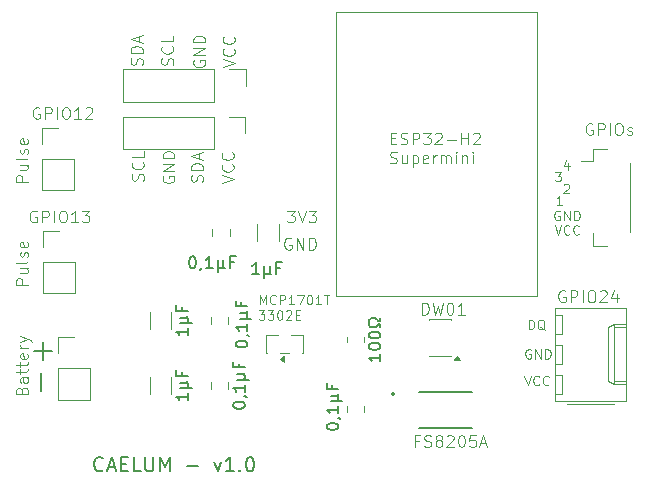
<source format=gto>
%TF.GenerationSoftware,KiCad,Pcbnew,9.0.5*%
%TF.CreationDate,2025-11-19T14:43:04+01:00*%
%TF.ProjectId,caelum,6361656c-756d-42e6-9b69-6361645f7063,rev?*%
%TF.SameCoordinates,Original*%
%TF.FileFunction,Legend,Top*%
%TF.FilePolarity,Positive*%
%FSLAX46Y46*%
G04 Gerber Fmt 4.6, Leading zero omitted, Abs format (unit mm)*
G04 Created by KiCad (PCBNEW 9.0.5) date 2025-11-19 14:43:04*
%MOMM*%
%LPD*%
G01*
G04 APERTURE LIST*
%ADD10C,0.125000*%
%ADD11C,0.200000*%
%ADD12C,0.150000*%
%ADD13C,0.100000*%
%ADD14C,0.120000*%
%ADD15C,0.127000*%
G04 APERTURE END LIST*
D10*
X81144140Y-44718738D02*
X81048902Y-44671119D01*
X81048902Y-44671119D02*
X80906045Y-44671119D01*
X80906045Y-44671119D02*
X80763188Y-44718738D01*
X80763188Y-44718738D02*
X80667950Y-44813976D01*
X80667950Y-44813976D02*
X80620331Y-44909214D01*
X80620331Y-44909214D02*
X80572712Y-45099690D01*
X80572712Y-45099690D02*
X80572712Y-45242547D01*
X80572712Y-45242547D02*
X80620331Y-45433023D01*
X80620331Y-45433023D02*
X80667950Y-45528261D01*
X80667950Y-45528261D02*
X80763188Y-45623500D01*
X80763188Y-45623500D02*
X80906045Y-45671119D01*
X80906045Y-45671119D02*
X81001283Y-45671119D01*
X81001283Y-45671119D02*
X81144140Y-45623500D01*
X81144140Y-45623500D02*
X81191759Y-45575880D01*
X81191759Y-45575880D02*
X81191759Y-45242547D01*
X81191759Y-45242547D02*
X81001283Y-45242547D01*
X81620331Y-45671119D02*
X81620331Y-44671119D01*
X81620331Y-44671119D02*
X82191759Y-45671119D01*
X82191759Y-45671119D02*
X82191759Y-44671119D01*
X82667950Y-45671119D02*
X82667950Y-44671119D01*
X82667950Y-44671119D02*
X82906045Y-44671119D01*
X82906045Y-44671119D02*
X83048902Y-44718738D01*
X83048902Y-44718738D02*
X83144140Y-44813976D01*
X83144140Y-44813976D02*
X83191759Y-44909214D01*
X83191759Y-44909214D02*
X83239378Y-45099690D01*
X83239378Y-45099690D02*
X83239378Y-45242547D01*
X83239378Y-45242547D02*
X83191759Y-45433023D01*
X83191759Y-45433023D02*
X83144140Y-45528261D01*
X83144140Y-45528261D02*
X83048902Y-45623500D01*
X83048902Y-45623500D02*
X82906045Y-45671119D01*
X82906045Y-45671119D02*
X82667950Y-45671119D01*
X80825093Y-42371119D02*
X81444140Y-42371119D01*
X81444140Y-42371119D02*
X81110807Y-42752071D01*
X81110807Y-42752071D02*
X81253664Y-42752071D01*
X81253664Y-42752071D02*
X81348902Y-42799690D01*
X81348902Y-42799690D02*
X81396521Y-42847309D01*
X81396521Y-42847309D02*
X81444140Y-42942547D01*
X81444140Y-42942547D02*
X81444140Y-43180642D01*
X81444140Y-43180642D02*
X81396521Y-43275880D01*
X81396521Y-43275880D02*
X81348902Y-43323500D01*
X81348902Y-43323500D02*
X81253664Y-43371119D01*
X81253664Y-43371119D02*
X80967950Y-43371119D01*
X80967950Y-43371119D02*
X80872712Y-43323500D01*
X80872712Y-43323500D02*
X80825093Y-43275880D01*
X81729855Y-42371119D02*
X82063188Y-43371119D01*
X82063188Y-43371119D02*
X82396521Y-42371119D01*
X82634617Y-42371119D02*
X83253664Y-42371119D01*
X83253664Y-42371119D02*
X82920331Y-42752071D01*
X82920331Y-42752071D02*
X83063188Y-42752071D01*
X83063188Y-42752071D02*
X83158426Y-42799690D01*
X83158426Y-42799690D02*
X83206045Y-42847309D01*
X83206045Y-42847309D02*
X83253664Y-42942547D01*
X83253664Y-42942547D02*
X83253664Y-43180642D01*
X83253664Y-43180642D02*
X83206045Y-43275880D01*
X83206045Y-43275880D02*
X83158426Y-43323500D01*
X83158426Y-43323500D02*
X83063188Y-43371119D01*
X83063188Y-43371119D02*
X82777474Y-43371119D01*
X82777474Y-43371119D02*
X82682236Y-43323500D01*
X82682236Y-43323500D02*
X82634617Y-43275880D01*
D11*
X65203006Y-64328457D02*
X65145863Y-64385600D01*
X65145863Y-64385600D02*
X64974435Y-64442742D01*
X64974435Y-64442742D02*
X64860149Y-64442742D01*
X64860149Y-64442742D02*
X64688720Y-64385600D01*
X64688720Y-64385600D02*
X64574435Y-64271314D01*
X64574435Y-64271314D02*
X64517292Y-64157028D01*
X64517292Y-64157028D02*
X64460149Y-63928457D01*
X64460149Y-63928457D02*
X64460149Y-63757028D01*
X64460149Y-63757028D02*
X64517292Y-63528457D01*
X64517292Y-63528457D02*
X64574435Y-63414171D01*
X64574435Y-63414171D02*
X64688720Y-63299885D01*
X64688720Y-63299885D02*
X64860149Y-63242742D01*
X64860149Y-63242742D02*
X64974435Y-63242742D01*
X64974435Y-63242742D02*
X65145863Y-63299885D01*
X65145863Y-63299885D02*
X65203006Y-63357028D01*
X65660149Y-64099885D02*
X66231578Y-64099885D01*
X65545863Y-64442742D02*
X65945863Y-63242742D01*
X65945863Y-63242742D02*
X66345863Y-64442742D01*
X66745863Y-63814171D02*
X67145863Y-63814171D01*
X67317291Y-64442742D02*
X66745863Y-64442742D01*
X66745863Y-64442742D02*
X66745863Y-63242742D01*
X66745863Y-63242742D02*
X67317291Y-63242742D01*
X68403005Y-64442742D02*
X67831577Y-64442742D01*
X67831577Y-64442742D02*
X67831577Y-63242742D01*
X68803006Y-63242742D02*
X68803006Y-64214171D01*
X68803006Y-64214171D02*
X68860149Y-64328457D01*
X68860149Y-64328457D02*
X68917292Y-64385600D01*
X68917292Y-64385600D02*
X69031577Y-64442742D01*
X69031577Y-64442742D02*
X69260149Y-64442742D01*
X69260149Y-64442742D02*
X69374434Y-64385600D01*
X69374434Y-64385600D02*
X69431577Y-64328457D01*
X69431577Y-64328457D02*
X69488720Y-64214171D01*
X69488720Y-64214171D02*
X69488720Y-63242742D01*
X70060149Y-64442742D02*
X70060149Y-63242742D01*
X70060149Y-63242742D02*
X70460149Y-64099885D01*
X70460149Y-64099885D02*
X70860149Y-63242742D01*
X70860149Y-63242742D02*
X70860149Y-64442742D01*
X72345864Y-63985600D02*
X73260150Y-63985600D01*
X74631578Y-63642742D02*
X74917292Y-64442742D01*
X74917292Y-64442742D02*
X75203007Y-63642742D01*
X76288721Y-64442742D02*
X75603007Y-64442742D01*
X75945864Y-64442742D02*
X75945864Y-63242742D01*
X75945864Y-63242742D02*
X75831578Y-63414171D01*
X75831578Y-63414171D02*
X75717293Y-63528457D01*
X75717293Y-63528457D02*
X75603007Y-63585600D01*
X76803007Y-64328457D02*
X76860150Y-64385600D01*
X76860150Y-64385600D02*
X76803007Y-64442742D01*
X76803007Y-64442742D02*
X76745864Y-64385600D01*
X76745864Y-64385600D02*
X76803007Y-64328457D01*
X76803007Y-64328457D02*
X76803007Y-64442742D01*
X77603007Y-63242742D02*
X77717293Y-63242742D01*
X77717293Y-63242742D02*
X77831579Y-63299885D01*
X77831579Y-63299885D02*
X77888722Y-63357028D01*
X77888722Y-63357028D02*
X77945864Y-63471314D01*
X77945864Y-63471314D02*
X78003007Y-63699885D01*
X78003007Y-63699885D02*
X78003007Y-63985600D01*
X78003007Y-63985600D02*
X77945864Y-64214171D01*
X77945864Y-64214171D02*
X77888722Y-64328457D01*
X77888722Y-64328457D02*
X77831579Y-64385600D01*
X77831579Y-64385600D02*
X77717293Y-64442742D01*
X77717293Y-64442742D02*
X77603007Y-64442742D01*
X77603007Y-64442742D02*
X77488722Y-64385600D01*
X77488722Y-64385600D02*
X77431579Y-64328457D01*
X77431579Y-64328457D02*
X77374436Y-64214171D01*
X77374436Y-64214171D02*
X77317293Y-63985600D01*
X77317293Y-63985600D02*
X77317293Y-63699885D01*
X77317293Y-63699885D02*
X77374436Y-63471314D01*
X77374436Y-63471314D02*
X77431579Y-63357028D01*
X77431579Y-63357028D02*
X77488722Y-63299885D01*
X77488722Y-63299885D02*
X77603007Y-63242742D01*
D10*
X75271119Y-40022525D02*
X76271119Y-39689192D01*
X76271119Y-39689192D02*
X75271119Y-39355859D01*
X76175880Y-38451097D02*
X76223500Y-38498716D01*
X76223500Y-38498716D02*
X76271119Y-38641573D01*
X76271119Y-38641573D02*
X76271119Y-38736811D01*
X76271119Y-38736811D02*
X76223500Y-38879668D01*
X76223500Y-38879668D02*
X76128261Y-38974906D01*
X76128261Y-38974906D02*
X76033023Y-39022525D01*
X76033023Y-39022525D02*
X75842547Y-39070144D01*
X75842547Y-39070144D02*
X75699690Y-39070144D01*
X75699690Y-39070144D02*
X75509214Y-39022525D01*
X75509214Y-39022525D02*
X75413976Y-38974906D01*
X75413976Y-38974906D02*
X75318738Y-38879668D01*
X75318738Y-38879668D02*
X75271119Y-38736811D01*
X75271119Y-38736811D02*
X75271119Y-38641573D01*
X75271119Y-38641573D02*
X75318738Y-38498716D01*
X75318738Y-38498716D02*
X75366357Y-38451097D01*
X76175880Y-37451097D02*
X76223500Y-37498716D01*
X76223500Y-37498716D02*
X76271119Y-37641573D01*
X76271119Y-37641573D02*
X76271119Y-37736811D01*
X76271119Y-37736811D02*
X76223500Y-37879668D01*
X76223500Y-37879668D02*
X76128261Y-37974906D01*
X76128261Y-37974906D02*
X76033023Y-38022525D01*
X76033023Y-38022525D02*
X75842547Y-38070144D01*
X75842547Y-38070144D02*
X75699690Y-38070144D01*
X75699690Y-38070144D02*
X75509214Y-38022525D01*
X75509214Y-38022525D02*
X75413976Y-37974906D01*
X75413976Y-37974906D02*
X75318738Y-37879668D01*
X75318738Y-37879668D02*
X75271119Y-37736811D01*
X75271119Y-37736811D02*
X75271119Y-37641573D01*
X75271119Y-37641573D02*
X75318738Y-37498716D01*
X75318738Y-37498716D02*
X75366357Y-37451097D01*
X70318738Y-39455859D02*
X70271119Y-39551097D01*
X70271119Y-39551097D02*
X70271119Y-39693954D01*
X70271119Y-39693954D02*
X70318738Y-39836811D01*
X70318738Y-39836811D02*
X70413976Y-39932049D01*
X70413976Y-39932049D02*
X70509214Y-39979668D01*
X70509214Y-39979668D02*
X70699690Y-40027287D01*
X70699690Y-40027287D02*
X70842547Y-40027287D01*
X70842547Y-40027287D02*
X71033023Y-39979668D01*
X71033023Y-39979668D02*
X71128261Y-39932049D01*
X71128261Y-39932049D02*
X71223500Y-39836811D01*
X71223500Y-39836811D02*
X71271119Y-39693954D01*
X71271119Y-39693954D02*
X71271119Y-39598716D01*
X71271119Y-39598716D02*
X71223500Y-39455859D01*
X71223500Y-39455859D02*
X71175880Y-39408240D01*
X71175880Y-39408240D02*
X70842547Y-39408240D01*
X70842547Y-39408240D02*
X70842547Y-39598716D01*
X71271119Y-38979668D02*
X70271119Y-38979668D01*
X70271119Y-38979668D02*
X71271119Y-38408240D01*
X71271119Y-38408240D02*
X70271119Y-38408240D01*
X71271119Y-37932049D02*
X70271119Y-37932049D01*
X70271119Y-37932049D02*
X70271119Y-37693954D01*
X70271119Y-37693954D02*
X70318738Y-37551097D01*
X70318738Y-37551097D02*
X70413976Y-37455859D01*
X70413976Y-37455859D02*
X70509214Y-37408240D01*
X70509214Y-37408240D02*
X70699690Y-37360621D01*
X70699690Y-37360621D02*
X70842547Y-37360621D01*
X70842547Y-37360621D02*
X71033023Y-37408240D01*
X71033023Y-37408240D02*
X71128261Y-37455859D01*
X71128261Y-37455859D02*
X71223500Y-37551097D01*
X71223500Y-37551097D02*
X71271119Y-37693954D01*
X71271119Y-37693954D02*
X71271119Y-37932049D01*
X75371119Y-30222525D02*
X76371119Y-29889192D01*
X76371119Y-29889192D02*
X75371119Y-29555859D01*
X76275880Y-28651097D02*
X76323500Y-28698716D01*
X76323500Y-28698716D02*
X76371119Y-28841573D01*
X76371119Y-28841573D02*
X76371119Y-28936811D01*
X76371119Y-28936811D02*
X76323500Y-29079668D01*
X76323500Y-29079668D02*
X76228261Y-29174906D01*
X76228261Y-29174906D02*
X76133023Y-29222525D01*
X76133023Y-29222525D02*
X75942547Y-29270144D01*
X75942547Y-29270144D02*
X75799690Y-29270144D01*
X75799690Y-29270144D02*
X75609214Y-29222525D01*
X75609214Y-29222525D02*
X75513976Y-29174906D01*
X75513976Y-29174906D02*
X75418738Y-29079668D01*
X75418738Y-29079668D02*
X75371119Y-28936811D01*
X75371119Y-28936811D02*
X75371119Y-28841573D01*
X75371119Y-28841573D02*
X75418738Y-28698716D01*
X75418738Y-28698716D02*
X75466357Y-28651097D01*
X76275880Y-27651097D02*
X76323500Y-27698716D01*
X76323500Y-27698716D02*
X76371119Y-27841573D01*
X76371119Y-27841573D02*
X76371119Y-27936811D01*
X76371119Y-27936811D02*
X76323500Y-28079668D01*
X76323500Y-28079668D02*
X76228261Y-28174906D01*
X76228261Y-28174906D02*
X76133023Y-28222525D01*
X76133023Y-28222525D02*
X75942547Y-28270144D01*
X75942547Y-28270144D02*
X75799690Y-28270144D01*
X75799690Y-28270144D02*
X75609214Y-28222525D01*
X75609214Y-28222525D02*
X75513976Y-28174906D01*
X75513976Y-28174906D02*
X75418738Y-28079668D01*
X75418738Y-28079668D02*
X75371119Y-27936811D01*
X75371119Y-27936811D02*
X75371119Y-27841573D01*
X75371119Y-27841573D02*
X75418738Y-27698716D01*
X75418738Y-27698716D02*
X75466357Y-27651097D01*
X72918738Y-29655859D02*
X72871119Y-29751097D01*
X72871119Y-29751097D02*
X72871119Y-29893954D01*
X72871119Y-29893954D02*
X72918738Y-30036811D01*
X72918738Y-30036811D02*
X73013976Y-30132049D01*
X73013976Y-30132049D02*
X73109214Y-30179668D01*
X73109214Y-30179668D02*
X73299690Y-30227287D01*
X73299690Y-30227287D02*
X73442547Y-30227287D01*
X73442547Y-30227287D02*
X73633023Y-30179668D01*
X73633023Y-30179668D02*
X73728261Y-30132049D01*
X73728261Y-30132049D02*
X73823500Y-30036811D01*
X73823500Y-30036811D02*
X73871119Y-29893954D01*
X73871119Y-29893954D02*
X73871119Y-29798716D01*
X73871119Y-29798716D02*
X73823500Y-29655859D01*
X73823500Y-29655859D02*
X73775880Y-29608240D01*
X73775880Y-29608240D02*
X73442547Y-29608240D01*
X73442547Y-29608240D02*
X73442547Y-29798716D01*
X73871119Y-29179668D02*
X72871119Y-29179668D01*
X72871119Y-29179668D02*
X73871119Y-28608240D01*
X73871119Y-28608240D02*
X72871119Y-28608240D01*
X73871119Y-28132049D02*
X72871119Y-28132049D01*
X72871119Y-28132049D02*
X72871119Y-27893954D01*
X72871119Y-27893954D02*
X72918738Y-27751097D01*
X72918738Y-27751097D02*
X73013976Y-27655859D01*
X73013976Y-27655859D02*
X73109214Y-27608240D01*
X73109214Y-27608240D02*
X73299690Y-27560621D01*
X73299690Y-27560621D02*
X73442547Y-27560621D01*
X73442547Y-27560621D02*
X73633023Y-27608240D01*
X73633023Y-27608240D02*
X73728261Y-27655859D01*
X73728261Y-27655859D02*
X73823500Y-27751097D01*
X73823500Y-27751097D02*
X73871119Y-27893954D01*
X73871119Y-27893954D02*
X73871119Y-28132049D01*
X78472712Y-50307640D02*
X78472712Y-49507640D01*
X78472712Y-49507640D02*
X78739378Y-50079068D01*
X78739378Y-50079068D02*
X79006045Y-49507640D01*
X79006045Y-49507640D02*
X79006045Y-50307640D01*
X79844141Y-50231449D02*
X79806045Y-50269545D01*
X79806045Y-50269545D02*
X79691760Y-50307640D01*
X79691760Y-50307640D02*
X79615569Y-50307640D01*
X79615569Y-50307640D02*
X79501283Y-50269545D01*
X79501283Y-50269545D02*
X79425093Y-50193354D01*
X79425093Y-50193354D02*
X79386998Y-50117164D01*
X79386998Y-50117164D02*
X79348902Y-49964783D01*
X79348902Y-49964783D02*
X79348902Y-49850497D01*
X79348902Y-49850497D02*
X79386998Y-49698116D01*
X79386998Y-49698116D02*
X79425093Y-49621925D01*
X79425093Y-49621925D02*
X79501283Y-49545735D01*
X79501283Y-49545735D02*
X79615569Y-49507640D01*
X79615569Y-49507640D02*
X79691760Y-49507640D01*
X79691760Y-49507640D02*
X79806045Y-49545735D01*
X79806045Y-49545735D02*
X79844141Y-49583830D01*
X80186998Y-50307640D02*
X80186998Y-49507640D01*
X80186998Y-49507640D02*
X80491760Y-49507640D01*
X80491760Y-49507640D02*
X80567950Y-49545735D01*
X80567950Y-49545735D02*
X80606045Y-49583830D01*
X80606045Y-49583830D02*
X80644141Y-49660021D01*
X80644141Y-49660021D02*
X80644141Y-49774306D01*
X80644141Y-49774306D02*
X80606045Y-49850497D01*
X80606045Y-49850497D02*
X80567950Y-49888592D01*
X80567950Y-49888592D02*
X80491760Y-49926687D01*
X80491760Y-49926687D02*
X80186998Y-49926687D01*
X81406045Y-50307640D02*
X80948902Y-50307640D01*
X81177474Y-50307640D02*
X81177474Y-49507640D01*
X81177474Y-49507640D02*
X81101283Y-49621925D01*
X81101283Y-49621925D02*
X81025093Y-49698116D01*
X81025093Y-49698116D02*
X80948902Y-49736211D01*
X81672712Y-49507640D02*
X82206046Y-49507640D01*
X82206046Y-49507640D02*
X81863188Y-50307640D01*
X82663189Y-49507640D02*
X82739379Y-49507640D01*
X82739379Y-49507640D02*
X82815570Y-49545735D01*
X82815570Y-49545735D02*
X82853665Y-49583830D01*
X82853665Y-49583830D02*
X82891760Y-49660021D01*
X82891760Y-49660021D02*
X82929855Y-49812402D01*
X82929855Y-49812402D02*
X82929855Y-50002878D01*
X82929855Y-50002878D02*
X82891760Y-50155259D01*
X82891760Y-50155259D02*
X82853665Y-50231449D01*
X82853665Y-50231449D02*
X82815570Y-50269545D01*
X82815570Y-50269545D02*
X82739379Y-50307640D01*
X82739379Y-50307640D02*
X82663189Y-50307640D01*
X82663189Y-50307640D02*
X82586998Y-50269545D01*
X82586998Y-50269545D02*
X82548903Y-50231449D01*
X82548903Y-50231449D02*
X82510808Y-50155259D01*
X82510808Y-50155259D02*
X82472712Y-50002878D01*
X82472712Y-50002878D02*
X82472712Y-49812402D01*
X82472712Y-49812402D02*
X82510808Y-49660021D01*
X82510808Y-49660021D02*
X82548903Y-49583830D01*
X82548903Y-49583830D02*
X82586998Y-49545735D01*
X82586998Y-49545735D02*
X82663189Y-49507640D01*
X83691760Y-50307640D02*
X83234617Y-50307640D01*
X83463189Y-50307640D02*
X83463189Y-49507640D01*
X83463189Y-49507640D02*
X83386998Y-49621925D01*
X83386998Y-49621925D02*
X83310808Y-49698116D01*
X83310808Y-49698116D02*
X83234617Y-49736211D01*
X83920332Y-49507640D02*
X84377475Y-49507640D01*
X84148903Y-50307640D02*
X84148903Y-49507640D01*
X78396521Y-50795595D02*
X78891759Y-50795595D01*
X78891759Y-50795595D02*
X78625093Y-51100357D01*
X78625093Y-51100357D02*
X78739378Y-51100357D01*
X78739378Y-51100357D02*
X78815569Y-51138452D01*
X78815569Y-51138452D02*
X78853664Y-51176547D01*
X78853664Y-51176547D02*
X78891759Y-51252738D01*
X78891759Y-51252738D02*
X78891759Y-51443214D01*
X78891759Y-51443214D02*
X78853664Y-51519404D01*
X78853664Y-51519404D02*
X78815569Y-51557500D01*
X78815569Y-51557500D02*
X78739378Y-51595595D01*
X78739378Y-51595595D02*
X78510807Y-51595595D01*
X78510807Y-51595595D02*
X78434616Y-51557500D01*
X78434616Y-51557500D02*
X78396521Y-51519404D01*
X79158426Y-50795595D02*
X79653664Y-50795595D01*
X79653664Y-50795595D02*
X79386998Y-51100357D01*
X79386998Y-51100357D02*
X79501283Y-51100357D01*
X79501283Y-51100357D02*
X79577474Y-51138452D01*
X79577474Y-51138452D02*
X79615569Y-51176547D01*
X79615569Y-51176547D02*
X79653664Y-51252738D01*
X79653664Y-51252738D02*
X79653664Y-51443214D01*
X79653664Y-51443214D02*
X79615569Y-51519404D01*
X79615569Y-51519404D02*
X79577474Y-51557500D01*
X79577474Y-51557500D02*
X79501283Y-51595595D01*
X79501283Y-51595595D02*
X79272712Y-51595595D01*
X79272712Y-51595595D02*
X79196521Y-51557500D01*
X79196521Y-51557500D02*
X79158426Y-51519404D01*
X80148903Y-50795595D02*
X80225093Y-50795595D01*
X80225093Y-50795595D02*
X80301284Y-50833690D01*
X80301284Y-50833690D02*
X80339379Y-50871785D01*
X80339379Y-50871785D02*
X80377474Y-50947976D01*
X80377474Y-50947976D02*
X80415569Y-51100357D01*
X80415569Y-51100357D02*
X80415569Y-51290833D01*
X80415569Y-51290833D02*
X80377474Y-51443214D01*
X80377474Y-51443214D02*
X80339379Y-51519404D01*
X80339379Y-51519404D02*
X80301284Y-51557500D01*
X80301284Y-51557500D02*
X80225093Y-51595595D01*
X80225093Y-51595595D02*
X80148903Y-51595595D01*
X80148903Y-51595595D02*
X80072712Y-51557500D01*
X80072712Y-51557500D02*
X80034617Y-51519404D01*
X80034617Y-51519404D02*
X79996522Y-51443214D01*
X79996522Y-51443214D02*
X79958426Y-51290833D01*
X79958426Y-51290833D02*
X79958426Y-51100357D01*
X79958426Y-51100357D02*
X79996522Y-50947976D01*
X79996522Y-50947976D02*
X80034617Y-50871785D01*
X80034617Y-50871785D02*
X80072712Y-50833690D01*
X80072712Y-50833690D02*
X80148903Y-50795595D01*
X80720331Y-50871785D02*
X80758427Y-50833690D01*
X80758427Y-50833690D02*
X80834617Y-50795595D01*
X80834617Y-50795595D02*
X81025093Y-50795595D01*
X81025093Y-50795595D02*
X81101284Y-50833690D01*
X81101284Y-50833690D02*
X81139379Y-50871785D01*
X81139379Y-50871785D02*
X81177474Y-50947976D01*
X81177474Y-50947976D02*
X81177474Y-51024166D01*
X81177474Y-51024166D02*
X81139379Y-51138452D01*
X81139379Y-51138452D02*
X80682236Y-51595595D01*
X80682236Y-51595595D02*
X81177474Y-51595595D01*
X81520332Y-51176547D02*
X81786998Y-51176547D01*
X81901284Y-51595595D02*
X81520332Y-51595595D01*
X81520332Y-51595595D02*
X81520332Y-50795595D01*
X81520332Y-50795595D02*
X81901284Y-50795595D01*
X92220331Y-51171119D02*
X92220331Y-50171119D01*
X92220331Y-50171119D02*
X92458426Y-50171119D01*
X92458426Y-50171119D02*
X92601283Y-50218738D01*
X92601283Y-50218738D02*
X92696521Y-50313976D01*
X92696521Y-50313976D02*
X92744140Y-50409214D01*
X92744140Y-50409214D02*
X92791759Y-50599690D01*
X92791759Y-50599690D02*
X92791759Y-50742547D01*
X92791759Y-50742547D02*
X92744140Y-50933023D01*
X92744140Y-50933023D02*
X92696521Y-51028261D01*
X92696521Y-51028261D02*
X92601283Y-51123500D01*
X92601283Y-51123500D02*
X92458426Y-51171119D01*
X92458426Y-51171119D02*
X92220331Y-51171119D01*
X93125093Y-50171119D02*
X93363188Y-51171119D01*
X93363188Y-51171119D02*
X93553664Y-50456833D01*
X93553664Y-50456833D02*
X93744140Y-51171119D01*
X93744140Y-51171119D02*
X93982236Y-50171119D01*
X94553664Y-50171119D02*
X94648902Y-50171119D01*
X94648902Y-50171119D02*
X94744140Y-50218738D01*
X94744140Y-50218738D02*
X94791759Y-50266357D01*
X94791759Y-50266357D02*
X94839378Y-50361595D01*
X94839378Y-50361595D02*
X94886997Y-50552071D01*
X94886997Y-50552071D02*
X94886997Y-50790166D01*
X94886997Y-50790166D02*
X94839378Y-50980642D01*
X94839378Y-50980642D02*
X94791759Y-51075880D01*
X94791759Y-51075880D02*
X94744140Y-51123500D01*
X94744140Y-51123500D02*
X94648902Y-51171119D01*
X94648902Y-51171119D02*
X94553664Y-51171119D01*
X94553664Y-51171119D02*
X94458426Y-51123500D01*
X94458426Y-51123500D02*
X94410807Y-51075880D01*
X94410807Y-51075880D02*
X94363188Y-50980642D01*
X94363188Y-50980642D02*
X94315569Y-50790166D01*
X94315569Y-50790166D02*
X94315569Y-50552071D01*
X94315569Y-50552071D02*
X94363188Y-50361595D01*
X94363188Y-50361595D02*
X94410807Y-50266357D01*
X94410807Y-50266357D02*
X94458426Y-50218738D01*
X94458426Y-50218738D02*
X94553664Y-50171119D01*
X95839378Y-51171119D02*
X95267950Y-51171119D01*
X95553664Y-51171119D02*
X95553664Y-50171119D01*
X95553664Y-50171119D02*
X95458426Y-50313976D01*
X95458426Y-50313976D02*
X95363188Y-50409214D01*
X95363188Y-50409214D02*
X95267950Y-50456833D01*
X91953664Y-61847309D02*
X91620331Y-61847309D01*
X91620331Y-62371119D02*
X91620331Y-61371119D01*
X91620331Y-61371119D02*
X92096521Y-61371119D01*
X92429855Y-62323500D02*
X92572712Y-62371119D01*
X92572712Y-62371119D02*
X92810807Y-62371119D01*
X92810807Y-62371119D02*
X92906045Y-62323500D01*
X92906045Y-62323500D02*
X92953664Y-62275880D01*
X92953664Y-62275880D02*
X93001283Y-62180642D01*
X93001283Y-62180642D02*
X93001283Y-62085404D01*
X93001283Y-62085404D02*
X92953664Y-61990166D01*
X92953664Y-61990166D02*
X92906045Y-61942547D01*
X92906045Y-61942547D02*
X92810807Y-61894928D01*
X92810807Y-61894928D02*
X92620331Y-61847309D01*
X92620331Y-61847309D02*
X92525093Y-61799690D01*
X92525093Y-61799690D02*
X92477474Y-61752071D01*
X92477474Y-61752071D02*
X92429855Y-61656833D01*
X92429855Y-61656833D02*
X92429855Y-61561595D01*
X92429855Y-61561595D02*
X92477474Y-61466357D01*
X92477474Y-61466357D02*
X92525093Y-61418738D01*
X92525093Y-61418738D02*
X92620331Y-61371119D01*
X92620331Y-61371119D02*
X92858426Y-61371119D01*
X92858426Y-61371119D02*
X93001283Y-61418738D01*
X93572712Y-61799690D02*
X93477474Y-61752071D01*
X93477474Y-61752071D02*
X93429855Y-61704452D01*
X93429855Y-61704452D02*
X93382236Y-61609214D01*
X93382236Y-61609214D02*
X93382236Y-61561595D01*
X93382236Y-61561595D02*
X93429855Y-61466357D01*
X93429855Y-61466357D02*
X93477474Y-61418738D01*
X93477474Y-61418738D02*
X93572712Y-61371119D01*
X93572712Y-61371119D02*
X93763188Y-61371119D01*
X93763188Y-61371119D02*
X93858426Y-61418738D01*
X93858426Y-61418738D02*
X93906045Y-61466357D01*
X93906045Y-61466357D02*
X93953664Y-61561595D01*
X93953664Y-61561595D02*
X93953664Y-61609214D01*
X93953664Y-61609214D02*
X93906045Y-61704452D01*
X93906045Y-61704452D02*
X93858426Y-61752071D01*
X93858426Y-61752071D02*
X93763188Y-61799690D01*
X93763188Y-61799690D02*
X93572712Y-61799690D01*
X93572712Y-61799690D02*
X93477474Y-61847309D01*
X93477474Y-61847309D02*
X93429855Y-61894928D01*
X93429855Y-61894928D02*
X93382236Y-61990166D01*
X93382236Y-61990166D02*
X93382236Y-62180642D01*
X93382236Y-62180642D02*
X93429855Y-62275880D01*
X93429855Y-62275880D02*
X93477474Y-62323500D01*
X93477474Y-62323500D02*
X93572712Y-62371119D01*
X93572712Y-62371119D02*
X93763188Y-62371119D01*
X93763188Y-62371119D02*
X93858426Y-62323500D01*
X93858426Y-62323500D02*
X93906045Y-62275880D01*
X93906045Y-62275880D02*
X93953664Y-62180642D01*
X93953664Y-62180642D02*
X93953664Y-61990166D01*
X93953664Y-61990166D02*
X93906045Y-61894928D01*
X93906045Y-61894928D02*
X93858426Y-61847309D01*
X93858426Y-61847309D02*
X93763188Y-61799690D01*
X94334617Y-61466357D02*
X94382236Y-61418738D01*
X94382236Y-61418738D02*
X94477474Y-61371119D01*
X94477474Y-61371119D02*
X94715569Y-61371119D01*
X94715569Y-61371119D02*
X94810807Y-61418738D01*
X94810807Y-61418738D02*
X94858426Y-61466357D01*
X94858426Y-61466357D02*
X94906045Y-61561595D01*
X94906045Y-61561595D02*
X94906045Y-61656833D01*
X94906045Y-61656833D02*
X94858426Y-61799690D01*
X94858426Y-61799690D02*
X94286998Y-62371119D01*
X94286998Y-62371119D02*
X94906045Y-62371119D01*
X95525093Y-61371119D02*
X95620331Y-61371119D01*
X95620331Y-61371119D02*
X95715569Y-61418738D01*
X95715569Y-61418738D02*
X95763188Y-61466357D01*
X95763188Y-61466357D02*
X95810807Y-61561595D01*
X95810807Y-61561595D02*
X95858426Y-61752071D01*
X95858426Y-61752071D02*
X95858426Y-61990166D01*
X95858426Y-61990166D02*
X95810807Y-62180642D01*
X95810807Y-62180642D02*
X95763188Y-62275880D01*
X95763188Y-62275880D02*
X95715569Y-62323500D01*
X95715569Y-62323500D02*
X95620331Y-62371119D01*
X95620331Y-62371119D02*
X95525093Y-62371119D01*
X95525093Y-62371119D02*
X95429855Y-62323500D01*
X95429855Y-62323500D02*
X95382236Y-62275880D01*
X95382236Y-62275880D02*
X95334617Y-62180642D01*
X95334617Y-62180642D02*
X95286998Y-61990166D01*
X95286998Y-61990166D02*
X95286998Y-61752071D01*
X95286998Y-61752071D02*
X95334617Y-61561595D01*
X95334617Y-61561595D02*
X95382236Y-61466357D01*
X95382236Y-61466357D02*
X95429855Y-61418738D01*
X95429855Y-61418738D02*
X95525093Y-61371119D01*
X96763188Y-61371119D02*
X96286998Y-61371119D01*
X96286998Y-61371119D02*
X96239379Y-61847309D01*
X96239379Y-61847309D02*
X96286998Y-61799690D01*
X96286998Y-61799690D02*
X96382236Y-61752071D01*
X96382236Y-61752071D02*
X96620331Y-61752071D01*
X96620331Y-61752071D02*
X96715569Y-61799690D01*
X96715569Y-61799690D02*
X96763188Y-61847309D01*
X96763188Y-61847309D02*
X96810807Y-61942547D01*
X96810807Y-61942547D02*
X96810807Y-62180642D01*
X96810807Y-62180642D02*
X96763188Y-62275880D01*
X96763188Y-62275880D02*
X96715569Y-62323500D01*
X96715569Y-62323500D02*
X96620331Y-62371119D01*
X96620331Y-62371119D02*
X96382236Y-62371119D01*
X96382236Y-62371119D02*
X96286998Y-62323500D01*
X96286998Y-62323500D02*
X96239379Y-62275880D01*
X97191760Y-62085404D02*
X97667950Y-62085404D01*
X97096522Y-62371119D02*
X97429855Y-61371119D01*
X97429855Y-61371119D02*
X97763188Y-62371119D01*
X103458426Y-43595595D02*
X103725093Y-44395595D01*
X103725093Y-44395595D02*
X103991759Y-43595595D01*
X104715569Y-44319404D02*
X104677473Y-44357500D01*
X104677473Y-44357500D02*
X104563188Y-44395595D01*
X104563188Y-44395595D02*
X104486997Y-44395595D01*
X104486997Y-44395595D02*
X104372711Y-44357500D01*
X104372711Y-44357500D02*
X104296521Y-44281309D01*
X104296521Y-44281309D02*
X104258426Y-44205119D01*
X104258426Y-44205119D02*
X104220330Y-44052738D01*
X104220330Y-44052738D02*
X104220330Y-43938452D01*
X104220330Y-43938452D02*
X104258426Y-43786071D01*
X104258426Y-43786071D02*
X104296521Y-43709880D01*
X104296521Y-43709880D02*
X104372711Y-43633690D01*
X104372711Y-43633690D02*
X104486997Y-43595595D01*
X104486997Y-43595595D02*
X104563188Y-43595595D01*
X104563188Y-43595595D02*
X104677473Y-43633690D01*
X104677473Y-43633690D02*
X104715569Y-43671785D01*
X105515569Y-44319404D02*
X105477473Y-44357500D01*
X105477473Y-44357500D02*
X105363188Y-44395595D01*
X105363188Y-44395595D02*
X105286997Y-44395595D01*
X105286997Y-44395595D02*
X105172711Y-44357500D01*
X105172711Y-44357500D02*
X105096521Y-44281309D01*
X105096521Y-44281309D02*
X105058426Y-44205119D01*
X105058426Y-44205119D02*
X105020330Y-44052738D01*
X105020330Y-44052738D02*
X105020330Y-43938452D01*
X105020330Y-43938452D02*
X105058426Y-43786071D01*
X105058426Y-43786071D02*
X105096521Y-43709880D01*
X105096521Y-43709880D02*
X105172711Y-43633690D01*
X105172711Y-43633690D02*
X105286997Y-43595595D01*
X105286997Y-43595595D02*
X105363188Y-43595595D01*
X105363188Y-43595595D02*
X105477473Y-43633690D01*
X105477473Y-43633690D02*
X105515569Y-43671785D01*
X103891759Y-42433690D02*
X103815569Y-42395595D01*
X103815569Y-42395595D02*
X103701283Y-42395595D01*
X103701283Y-42395595D02*
X103586997Y-42433690D01*
X103586997Y-42433690D02*
X103510807Y-42509880D01*
X103510807Y-42509880D02*
X103472712Y-42586071D01*
X103472712Y-42586071D02*
X103434616Y-42738452D01*
X103434616Y-42738452D02*
X103434616Y-42852738D01*
X103434616Y-42852738D02*
X103472712Y-43005119D01*
X103472712Y-43005119D02*
X103510807Y-43081309D01*
X103510807Y-43081309D02*
X103586997Y-43157500D01*
X103586997Y-43157500D02*
X103701283Y-43195595D01*
X103701283Y-43195595D02*
X103777474Y-43195595D01*
X103777474Y-43195595D02*
X103891759Y-43157500D01*
X103891759Y-43157500D02*
X103929855Y-43119404D01*
X103929855Y-43119404D02*
X103929855Y-42852738D01*
X103929855Y-42852738D02*
X103777474Y-42852738D01*
X104272712Y-43195595D02*
X104272712Y-42395595D01*
X104272712Y-42395595D02*
X104729855Y-43195595D01*
X104729855Y-43195595D02*
X104729855Y-42395595D01*
X105110807Y-43195595D02*
X105110807Y-42395595D01*
X105110807Y-42395595D02*
X105301283Y-42395595D01*
X105301283Y-42395595D02*
X105415569Y-42433690D01*
X105415569Y-42433690D02*
X105491759Y-42509880D01*
X105491759Y-42509880D02*
X105529854Y-42586071D01*
X105529854Y-42586071D02*
X105567950Y-42738452D01*
X105567950Y-42738452D02*
X105567950Y-42852738D01*
X105567950Y-42852738D02*
X105529854Y-43005119D01*
X105529854Y-43005119D02*
X105491759Y-43081309D01*
X105491759Y-43081309D02*
X105415569Y-43157500D01*
X105415569Y-43157500D02*
X105301283Y-43195595D01*
X105301283Y-43195595D02*
X105110807Y-43195595D01*
X104615569Y-38362261D02*
X104615569Y-38895595D01*
X104425093Y-38057500D02*
X104234616Y-38628928D01*
X104234616Y-38628928D02*
X104729855Y-38628928D01*
X103496521Y-39095595D02*
X103991759Y-39095595D01*
X103991759Y-39095595D02*
X103725093Y-39400357D01*
X103725093Y-39400357D02*
X103839378Y-39400357D01*
X103839378Y-39400357D02*
X103915569Y-39438452D01*
X103915569Y-39438452D02*
X103953664Y-39476547D01*
X103953664Y-39476547D02*
X103991759Y-39552738D01*
X103991759Y-39552738D02*
X103991759Y-39743214D01*
X103991759Y-39743214D02*
X103953664Y-39819404D01*
X103953664Y-39819404D02*
X103915569Y-39857500D01*
X103915569Y-39857500D02*
X103839378Y-39895595D01*
X103839378Y-39895595D02*
X103610807Y-39895595D01*
X103610807Y-39895595D02*
X103534616Y-39857500D01*
X103534616Y-39857500D02*
X103496521Y-39819404D01*
X104234616Y-40171785D02*
X104272712Y-40133690D01*
X104272712Y-40133690D02*
X104348902Y-40095595D01*
X104348902Y-40095595D02*
X104539378Y-40095595D01*
X104539378Y-40095595D02*
X104615569Y-40133690D01*
X104615569Y-40133690D02*
X104653664Y-40171785D01*
X104653664Y-40171785D02*
X104691759Y-40247976D01*
X104691759Y-40247976D02*
X104691759Y-40324166D01*
X104691759Y-40324166D02*
X104653664Y-40438452D01*
X104653664Y-40438452D02*
X104196521Y-40895595D01*
X104196521Y-40895595D02*
X104691759Y-40895595D01*
X104091759Y-41895595D02*
X103634616Y-41895595D01*
X103863188Y-41895595D02*
X103863188Y-41095595D01*
X103863188Y-41095595D02*
X103786997Y-41209880D01*
X103786997Y-41209880D02*
X103710807Y-41286071D01*
X103710807Y-41286071D02*
X103634616Y-41324166D01*
X106649243Y-35012486D02*
X106554005Y-34964867D01*
X106554005Y-34964867D02*
X106411148Y-34964867D01*
X106411148Y-34964867D02*
X106268291Y-35012486D01*
X106268291Y-35012486D02*
X106173053Y-35107724D01*
X106173053Y-35107724D02*
X106125434Y-35202962D01*
X106125434Y-35202962D02*
X106077815Y-35393438D01*
X106077815Y-35393438D02*
X106077815Y-35536295D01*
X106077815Y-35536295D02*
X106125434Y-35726771D01*
X106125434Y-35726771D02*
X106173053Y-35822009D01*
X106173053Y-35822009D02*
X106268291Y-35917248D01*
X106268291Y-35917248D02*
X106411148Y-35964867D01*
X106411148Y-35964867D02*
X106506386Y-35964867D01*
X106506386Y-35964867D02*
X106649243Y-35917248D01*
X106649243Y-35917248D02*
X106696862Y-35869628D01*
X106696862Y-35869628D02*
X106696862Y-35536295D01*
X106696862Y-35536295D02*
X106506386Y-35536295D01*
X107125434Y-35964867D02*
X107125434Y-34964867D01*
X107125434Y-34964867D02*
X107506386Y-34964867D01*
X107506386Y-34964867D02*
X107601624Y-35012486D01*
X107601624Y-35012486D02*
X107649243Y-35060105D01*
X107649243Y-35060105D02*
X107696862Y-35155343D01*
X107696862Y-35155343D02*
X107696862Y-35298200D01*
X107696862Y-35298200D02*
X107649243Y-35393438D01*
X107649243Y-35393438D02*
X107601624Y-35441057D01*
X107601624Y-35441057D02*
X107506386Y-35488676D01*
X107506386Y-35488676D02*
X107125434Y-35488676D01*
X108125434Y-35964867D02*
X108125434Y-34964867D01*
X108792100Y-34964867D02*
X108982576Y-34964867D01*
X108982576Y-34964867D02*
X109077814Y-35012486D01*
X109077814Y-35012486D02*
X109173052Y-35107724D01*
X109173052Y-35107724D02*
X109220671Y-35298200D01*
X109220671Y-35298200D02*
X109220671Y-35631533D01*
X109220671Y-35631533D02*
X109173052Y-35822009D01*
X109173052Y-35822009D02*
X109077814Y-35917248D01*
X109077814Y-35917248D02*
X108982576Y-35964867D01*
X108982576Y-35964867D02*
X108792100Y-35964867D01*
X108792100Y-35964867D02*
X108696862Y-35917248D01*
X108696862Y-35917248D02*
X108601624Y-35822009D01*
X108601624Y-35822009D02*
X108554005Y-35631533D01*
X108554005Y-35631533D02*
X108554005Y-35298200D01*
X108554005Y-35298200D02*
X108601624Y-35107724D01*
X108601624Y-35107724D02*
X108696862Y-35012486D01*
X108696862Y-35012486D02*
X108792100Y-34964867D01*
X109601624Y-35917248D02*
X109696862Y-35964867D01*
X109696862Y-35964867D02*
X109887338Y-35964867D01*
X109887338Y-35964867D02*
X109982576Y-35917248D01*
X109982576Y-35917248D02*
X110030195Y-35822009D01*
X110030195Y-35822009D02*
X110030195Y-35774390D01*
X110030195Y-35774390D02*
X109982576Y-35679152D01*
X109982576Y-35679152D02*
X109887338Y-35631533D01*
X109887338Y-35631533D02*
X109744481Y-35631533D01*
X109744481Y-35631533D02*
X109649243Y-35583914D01*
X109649243Y-35583914D02*
X109601624Y-35488676D01*
X109601624Y-35488676D02*
X109601624Y-35441057D01*
X109601624Y-35441057D02*
X109649243Y-35345819D01*
X109649243Y-35345819D02*
X109744481Y-35298200D01*
X109744481Y-35298200D02*
X109887338Y-35298200D01*
X109887338Y-35298200D02*
X109982576Y-35345819D01*
X104344140Y-49168738D02*
X104248902Y-49121119D01*
X104248902Y-49121119D02*
X104106045Y-49121119D01*
X104106045Y-49121119D02*
X103963188Y-49168738D01*
X103963188Y-49168738D02*
X103867950Y-49263976D01*
X103867950Y-49263976D02*
X103820331Y-49359214D01*
X103820331Y-49359214D02*
X103772712Y-49549690D01*
X103772712Y-49549690D02*
X103772712Y-49692547D01*
X103772712Y-49692547D02*
X103820331Y-49883023D01*
X103820331Y-49883023D02*
X103867950Y-49978261D01*
X103867950Y-49978261D02*
X103963188Y-50073500D01*
X103963188Y-50073500D02*
X104106045Y-50121119D01*
X104106045Y-50121119D02*
X104201283Y-50121119D01*
X104201283Y-50121119D02*
X104344140Y-50073500D01*
X104344140Y-50073500D02*
X104391759Y-50025880D01*
X104391759Y-50025880D02*
X104391759Y-49692547D01*
X104391759Y-49692547D02*
X104201283Y-49692547D01*
X104820331Y-50121119D02*
X104820331Y-49121119D01*
X104820331Y-49121119D02*
X105201283Y-49121119D01*
X105201283Y-49121119D02*
X105296521Y-49168738D01*
X105296521Y-49168738D02*
X105344140Y-49216357D01*
X105344140Y-49216357D02*
X105391759Y-49311595D01*
X105391759Y-49311595D02*
X105391759Y-49454452D01*
X105391759Y-49454452D02*
X105344140Y-49549690D01*
X105344140Y-49549690D02*
X105296521Y-49597309D01*
X105296521Y-49597309D02*
X105201283Y-49644928D01*
X105201283Y-49644928D02*
X104820331Y-49644928D01*
X105820331Y-50121119D02*
X105820331Y-49121119D01*
X106486997Y-49121119D02*
X106677473Y-49121119D01*
X106677473Y-49121119D02*
X106772711Y-49168738D01*
X106772711Y-49168738D02*
X106867949Y-49263976D01*
X106867949Y-49263976D02*
X106915568Y-49454452D01*
X106915568Y-49454452D02*
X106915568Y-49787785D01*
X106915568Y-49787785D02*
X106867949Y-49978261D01*
X106867949Y-49978261D02*
X106772711Y-50073500D01*
X106772711Y-50073500D02*
X106677473Y-50121119D01*
X106677473Y-50121119D02*
X106486997Y-50121119D01*
X106486997Y-50121119D02*
X106391759Y-50073500D01*
X106391759Y-50073500D02*
X106296521Y-49978261D01*
X106296521Y-49978261D02*
X106248902Y-49787785D01*
X106248902Y-49787785D02*
X106248902Y-49454452D01*
X106248902Y-49454452D02*
X106296521Y-49263976D01*
X106296521Y-49263976D02*
X106391759Y-49168738D01*
X106391759Y-49168738D02*
X106486997Y-49121119D01*
X107296521Y-49216357D02*
X107344140Y-49168738D01*
X107344140Y-49168738D02*
X107439378Y-49121119D01*
X107439378Y-49121119D02*
X107677473Y-49121119D01*
X107677473Y-49121119D02*
X107772711Y-49168738D01*
X107772711Y-49168738D02*
X107820330Y-49216357D01*
X107820330Y-49216357D02*
X107867949Y-49311595D01*
X107867949Y-49311595D02*
X107867949Y-49406833D01*
X107867949Y-49406833D02*
X107820330Y-49549690D01*
X107820330Y-49549690D02*
X107248902Y-50121119D01*
X107248902Y-50121119D02*
X107867949Y-50121119D01*
X108725092Y-49454452D02*
X108725092Y-50121119D01*
X108486997Y-49073500D02*
X108248902Y-49787785D01*
X108248902Y-49787785D02*
X108867949Y-49787785D01*
X59594140Y-42418738D02*
X59498902Y-42371119D01*
X59498902Y-42371119D02*
X59356045Y-42371119D01*
X59356045Y-42371119D02*
X59213188Y-42418738D01*
X59213188Y-42418738D02*
X59117950Y-42513976D01*
X59117950Y-42513976D02*
X59070331Y-42609214D01*
X59070331Y-42609214D02*
X59022712Y-42799690D01*
X59022712Y-42799690D02*
X59022712Y-42942547D01*
X59022712Y-42942547D02*
X59070331Y-43133023D01*
X59070331Y-43133023D02*
X59117950Y-43228261D01*
X59117950Y-43228261D02*
X59213188Y-43323500D01*
X59213188Y-43323500D02*
X59356045Y-43371119D01*
X59356045Y-43371119D02*
X59451283Y-43371119D01*
X59451283Y-43371119D02*
X59594140Y-43323500D01*
X59594140Y-43323500D02*
X59641759Y-43275880D01*
X59641759Y-43275880D02*
X59641759Y-42942547D01*
X59641759Y-42942547D02*
X59451283Y-42942547D01*
X60070331Y-43371119D02*
X60070331Y-42371119D01*
X60070331Y-42371119D02*
X60451283Y-42371119D01*
X60451283Y-42371119D02*
X60546521Y-42418738D01*
X60546521Y-42418738D02*
X60594140Y-42466357D01*
X60594140Y-42466357D02*
X60641759Y-42561595D01*
X60641759Y-42561595D02*
X60641759Y-42704452D01*
X60641759Y-42704452D02*
X60594140Y-42799690D01*
X60594140Y-42799690D02*
X60546521Y-42847309D01*
X60546521Y-42847309D02*
X60451283Y-42894928D01*
X60451283Y-42894928D02*
X60070331Y-42894928D01*
X61070331Y-43371119D02*
X61070331Y-42371119D01*
X61736997Y-42371119D02*
X61927473Y-42371119D01*
X61927473Y-42371119D02*
X62022711Y-42418738D01*
X62022711Y-42418738D02*
X62117949Y-42513976D01*
X62117949Y-42513976D02*
X62165568Y-42704452D01*
X62165568Y-42704452D02*
X62165568Y-43037785D01*
X62165568Y-43037785D02*
X62117949Y-43228261D01*
X62117949Y-43228261D02*
X62022711Y-43323500D01*
X62022711Y-43323500D02*
X61927473Y-43371119D01*
X61927473Y-43371119D02*
X61736997Y-43371119D01*
X61736997Y-43371119D02*
X61641759Y-43323500D01*
X61641759Y-43323500D02*
X61546521Y-43228261D01*
X61546521Y-43228261D02*
X61498902Y-43037785D01*
X61498902Y-43037785D02*
X61498902Y-42704452D01*
X61498902Y-42704452D02*
X61546521Y-42513976D01*
X61546521Y-42513976D02*
X61641759Y-42418738D01*
X61641759Y-42418738D02*
X61736997Y-42371119D01*
X63117949Y-43371119D02*
X62546521Y-43371119D01*
X62832235Y-43371119D02*
X62832235Y-42371119D01*
X62832235Y-42371119D02*
X62736997Y-42513976D01*
X62736997Y-42513976D02*
X62641759Y-42609214D01*
X62641759Y-42609214D02*
X62546521Y-42656833D01*
X63451283Y-42371119D02*
X64070330Y-42371119D01*
X64070330Y-42371119D02*
X63736997Y-42752071D01*
X63736997Y-42752071D02*
X63879854Y-42752071D01*
X63879854Y-42752071D02*
X63975092Y-42799690D01*
X63975092Y-42799690D02*
X64022711Y-42847309D01*
X64022711Y-42847309D02*
X64070330Y-42942547D01*
X64070330Y-42942547D02*
X64070330Y-43180642D01*
X64070330Y-43180642D02*
X64022711Y-43275880D01*
X64022711Y-43275880D02*
X63975092Y-43323500D01*
X63975092Y-43323500D02*
X63879854Y-43371119D01*
X63879854Y-43371119D02*
X63594140Y-43371119D01*
X63594140Y-43371119D02*
X63498902Y-43323500D01*
X63498902Y-43323500D02*
X63451283Y-43275880D01*
X59844140Y-33668738D02*
X59748902Y-33621119D01*
X59748902Y-33621119D02*
X59606045Y-33621119D01*
X59606045Y-33621119D02*
X59463188Y-33668738D01*
X59463188Y-33668738D02*
X59367950Y-33763976D01*
X59367950Y-33763976D02*
X59320331Y-33859214D01*
X59320331Y-33859214D02*
X59272712Y-34049690D01*
X59272712Y-34049690D02*
X59272712Y-34192547D01*
X59272712Y-34192547D02*
X59320331Y-34383023D01*
X59320331Y-34383023D02*
X59367950Y-34478261D01*
X59367950Y-34478261D02*
X59463188Y-34573500D01*
X59463188Y-34573500D02*
X59606045Y-34621119D01*
X59606045Y-34621119D02*
X59701283Y-34621119D01*
X59701283Y-34621119D02*
X59844140Y-34573500D01*
X59844140Y-34573500D02*
X59891759Y-34525880D01*
X59891759Y-34525880D02*
X59891759Y-34192547D01*
X59891759Y-34192547D02*
X59701283Y-34192547D01*
X60320331Y-34621119D02*
X60320331Y-33621119D01*
X60320331Y-33621119D02*
X60701283Y-33621119D01*
X60701283Y-33621119D02*
X60796521Y-33668738D01*
X60796521Y-33668738D02*
X60844140Y-33716357D01*
X60844140Y-33716357D02*
X60891759Y-33811595D01*
X60891759Y-33811595D02*
X60891759Y-33954452D01*
X60891759Y-33954452D02*
X60844140Y-34049690D01*
X60844140Y-34049690D02*
X60796521Y-34097309D01*
X60796521Y-34097309D02*
X60701283Y-34144928D01*
X60701283Y-34144928D02*
X60320331Y-34144928D01*
X61320331Y-34621119D02*
X61320331Y-33621119D01*
X61986997Y-33621119D02*
X62177473Y-33621119D01*
X62177473Y-33621119D02*
X62272711Y-33668738D01*
X62272711Y-33668738D02*
X62367949Y-33763976D01*
X62367949Y-33763976D02*
X62415568Y-33954452D01*
X62415568Y-33954452D02*
X62415568Y-34287785D01*
X62415568Y-34287785D02*
X62367949Y-34478261D01*
X62367949Y-34478261D02*
X62272711Y-34573500D01*
X62272711Y-34573500D02*
X62177473Y-34621119D01*
X62177473Y-34621119D02*
X61986997Y-34621119D01*
X61986997Y-34621119D02*
X61891759Y-34573500D01*
X61891759Y-34573500D02*
X61796521Y-34478261D01*
X61796521Y-34478261D02*
X61748902Y-34287785D01*
X61748902Y-34287785D02*
X61748902Y-33954452D01*
X61748902Y-33954452D02*
X61796521Y-33763976D01*
X61796521Y-33763976D02*
X61891759Y-33668738D01*
X61891759Y-33668738D02*
X61986997Y-33621119D01*
X63367949Y-34621119D02*
X62796521Y-34621119D01*
X63082235Y-34621119D02*
X63082235Y-33621119D01*
X63082235Y-33621119D02*
X62986997Y-33763976D01*
X62986997Y-33763976D02*
X62891759Y-33859214D01*
X62891759Y-33859214D02*
X62796521Y-33906833D01*
X63748902Y-33716357D02*
X63796521Y-33668738D01*
X63796521Y-33668738D02*
X63891759Y-33621119D01*
X63891759Y-33621119D02*
X64129854Y-33621119D01*
X64129854Y-33621119D02*
X64225092Y-33668738D01*
X64225092Y-33668738D02*
X64272711Y-33716357D01*
X64272711Y-33716357D02*
X64320330Y-33811595D01*
X64320330Y-33811595D02*
X64320330Y-33906833D01*
X64320330Y-33906833D02*
X64272711Y-34049690D01*
X64272711Y-34049690D02*
X63701283Y-34621119D01*
X63701283Y-34621119D02*
X64320330Y-34621119D01*
X89570331Y-36237365D02*
X89903664Y-36237365D01*
X90046521Y-36761175D02*
X89570331Y-36761175D01*
X89570331Y-36761175D02*
X89570331Y-35761175D01*
X89570331Y-35761175D02*
X90046521Y-35761175D01*
X90427474Y-36713556D02*
X90570331Y-36761175D01*
X90570331Y-36761175D02*
X90808426Y-36761175D01*
X90808426Y-36761175D02*
X90903664Y-36713556D01*
X90903664Y-36713556D02*
X90951283Y-36665936D01*
X90951283Y-36665936D02*
X90998902Y-36570698D01*
X90998902Y-36570698D02*
X90998902Y-36475460D01*
X90998902Y-36475460D02*
X90951283Y-36380222D01*
X90951283Y-36380222D02*
X90903664Y-36332603D01*
X90903664Y-36332603D02*
X90808426Y-36284984D01*
X90808426Y-36284984D02*
X90617950Y-36237365D01*
X90617950Y-36237365D02*
X90522712Y-36189746D01*
X90522712Y-36189746D02*
X90475093Y-36142127D01*
X90475093Y-36142127D02*
X90427474Y-36046889D01*
X90427474Y-36046889D02*
X90427474Y-35951651D01*
X90427474Y-35951651D02*
X90475093Y-35856413D01*
X90475093Y-35856413D02*
X90522712Y-35808794D01*
X90522712Y-35808794D02*
X90617950Y-35761175D01*
X90617950Y-35761175D02*
X90856045Y-35761175D01*
X90856045Y-35761175D02*
X90998902Y-35808794D01*
X91427474Y-36761175D02*
X91427474Y-35761175D01*
X91427474Y-35761175D02*
X91808426Y-35761175D01*
X91808426Y-35761175D02*
X91903664Y-35808794D01*
X91903664Y-35808794D02*
X91951283Y-35856413D01*
X91951283Y-35856413D02*
X91998902Y-35951651D01*
X91998902Y-35951651D02*
X91998902Y-36094508D01*
X91998902Y-36094508D02*
X91951283Y-36189746D01*
X91951283Y-36189746D02*
X91903664Y-36237365D01*
X91903664Y-36237365D02*
X91808426Y-36284984D01*
X91808426Y-36284984D02*
X91427474Y-36284984D01*
X92332236Y-35761175D02*
X92951283Y-35761175D01*
X92951283Y-35761175D02*
X92617950Y-36142127D01*
X92617950Y-36142127D02*
X92760807Y-36142127D01*
X92760807Y-36142127D02*
X92856045Y-36189746D01*
X92856045Y-36189746D02*
X92903664Y-36237365D01*
X92903664Y-36237365D02*
X92951283Y-36332603D01*
X92951283Y-36332603D02*
X92951283Y-36570698D01*
X92951283Y-36570698D02*
X92903664Y-36665936D01*
X92903664Y-36665936D02*
X92856045Y-36713556D01*
X92856045Y-36713556D02*
X92760807Y-36761175D01*
X92760807Y-36761175D02*
X92475093Y-36761175D01*
X92475093Y-36761175D02*
X92379855Y-36713556D01*
X92379855Y-36713556D02*
X92332236Y-36665936D01*
X93332236Y-35856413D02*
X93379855Y-35808794D01*
X93379855Y-35808794D02*
X93475093Y-35761175D01*
X93475093Y-35761175D02*
X93713188Y-35761175D01*
X93713188Y-35761175D02*
X93808426Y-35808794D01*
X93808426Y-35808794D02*
X93856045Y-35856413D01*
X93856045Y-35856413D02*
X93903664Y-35951651D01*
X93903664Y-35951651D02*
X93903664Y-36046889D01*
X93903664Y-36046889D02*
X93856045Y-36189746D01*
X93856045Y-36189746D02*
X93284617Y-36761175D01*
X93284617Y-36761175D02*
X93903664Y-36761175D01*
X94332236Y-36380222D02*
X95094141Y-36380222D01*
X95570331Y-36761175D02*
X95570331Y-35761175D01*
X95570331Y-36237365D02*
X96141759Y-36237365D01*
X96141759Y-36761175D02*
X96141759Y-35761175D01*
X96570331Y-35856413D02*
X96617950Y-35808794D01*
X96617950Y-35808794D02*
X96713188Y-35761175D01*
X96713188Y-35761175D02*
X96951283Y-35761175D01*
X96951283Y-35761175D02*
X97046521Y-35808794D01*
X97046521Y-35808794D02*
X97094140Y-35856413D01*
X97094140Y-35856413D02*
X97141759Y-35951651D01*
X97141759Y-35951651D02*
X97141759Y-36046889D01*
X97141759Y-36046889D02*
X97094140Y-36189746D01*
X97094140Y-36189746D02*
X96522712Y-36761175D01*
X96522712Y-36761175D02*
X97141759Y-36761175D01*
X89522712Y-38323500D02*
X89665569Y-38371119D01*
X89665569Y-38371119D02*
X89903664Y-38371119D01*
X89903664Y-38371119D02*
X89998902Y-38323500D01*
X89998902Y-38323500D02*
X90046521Y-38275880D01*
X90046521Y-38275880D02*
X90094140Y-38180642D01*
X90094140Y-38180642D02*
X90094140Y-38085404D01*
X90094140Y-38085404D02*
X90046521Y-37990166D01*
X90046521Y-37990166D02*
X89998902Y-37942547D01*
X89998902Y-37942547D02*
X89903664Y-37894928D01*
X89903664Y-37894928D02*
X89713188Y-37847309D01*
X89713188Y-37847309D02*
X89617950Y-37799690D01*
X89617950Y-37799690D02*
X89570331Y-37752071D01*
X89570331Y-37752071D02*
X89522712Y-37656833D01*
X89522712Y-37656833D02*
X89522712Y-37561595D01*
X89522712Y-37561595D02*
X89570331Y-37466357D01*
X89570331Y-37466357D02*
X89617950Y-37418738D01*
X89617950Y-37418738D02*
X89713188Y-37371119D01*
X89713188Y-37371119D02*
X89951283Y-37371119D01*
X89951283Y-37371119D02*
X90094140Y-37418738D01*
X90951283Y-37704452D02*
X90951283Y-38371119D01*
X90522712Y-37704452D02*
X90522712Y-38228261D01*
X90522712Y-38228261D02*
X90570331Y-38323500D01*
X90570331Y-38323500D02*
X90665569Y-38371119D01*
X90665569Y-38371119D02*
X90808426Y-38371119D01*
X90808426Y-38371119D02*
X90903664Y-38323500D01*
X90903664Y-38323500D02*
X90951283Y-38275880D01*
X91427474Y-37704452D02*
X91427474Y-38704452D01*
X91427474Y-37752071D02*
X91522712Y-37704452D01*
X91522712Y-37704452D02*
X91713188Y-37704452D01*
X91713188Y-37704452D02*
X91808426Y-37752071D01*
X91808426Y-37752071D02*
X91856045Y-37799690D01*
X91856045Y-37799690D02*
X91903664Y-37894928D01*
X91903664Y-37894928D02*
X91903664Y-38180642D01*
X91903664Y-38180642D02*
X91856045Y-38275880D01*
X91856045Y-38275880D02*
X91808426Y-38323500D01*
X91808426Y-38323500D02*
X91713188Y-38371119D01*
X91713188Y-38371119D02*
X91522712Y-38371119D01*
X91522712Y-38371119D02*
X91427474Y-38323500D01*
X92713188Y-38323500D02*
X92617950Y-38371119D01*
X92617950Y-38371119D02*
X92427474Y-38371119D01*
X92427474Y-38371119D02*
X92332236Y-38323500D01*
X92332236Y-38323500D02*
X92284617Y-38228261D01*
X92284617Y-38228261D02*
X92284617Y-37847309D01*
X92284617Y-37847309D02*
X92332236Y-37752071D01*
X92332236Y-37752071D02*
X92427474Y-37704452D01*
X92427474Y-37704452D02*
X92617950Y-37704452D01*
X92617950Y-37704452D02*
X92713188Y-37752071D01*
X92713188Y-37752071D02*
X92760807Y-37847309D01*
X92760807Y-37847309D02*
X92760807Y-37942547D01*
X92760807Y-37942547D02*
X92284617Y-38037785D01*
X93189379Y-38371119D02*
X93189379Y-37704452D01*
X93189379Y-37894928D02*
X93236998Y-37799690D01*
X93236998Y-37799690D02*
X93284617Y-37752071D01*
X93284617Y-37752071D02*
X93379855Y-37704452D01*
X93379855Y-37704452D02*
X93475093Y-37704452D01*
X93808427Y-38371119D02*
X93808427Y-37704452D01*
X93808427Y-37799690D02*
X93856046Y-37752071D01*
X93856046Y-37752071D02*
X93951284Y-37704452D01*
X93951284Y-37704452D02*
X94094141Y-37704452D01*
X94094141Y-37704452D02*
X94189379Y-37752071D01*
X94189379Y-37752071D02*
X94236998Y-37847309D01*
X94236998Y-37847309D02*
X94236998Y-38371119D01*
X94236998Y-37847309D02*
X94284617Y-37752071D01*
X94284617Y-37752071D02*
X94379855Y-37704452D01*
X94379855Y-37704452D02*
X94522712Y-37704452D01*
X94522712Y-37704452D02*
X94617951Y-37752071D01*
X94617951Y-37752071D02*
X94665570Y-37847309D01*
X94665570Y-37847309D02*
X94665570Y-38371119D01*
X95141760Y-38371119D02*
X95141760Y-37704452D01*
X95141760Y-37371119D02*
X95094141Y-37418738D01*
X95094141Y-37418738D02*
X95141760Y-37466357D01*
X95141760Y-37466357D02*
X95189379Y-37418738D01*
X95189379Y-37418738D02*
X95141760Y-37371119D01*
X95141760Y-37371119D02*
X95141760Y-37466357D01*
X95617950Y-37704452D02*
X95617950Y-38371119D01*
X95617950Y-37799690D02*
X95665569Y-37752071D01*
X95665569Y-37752071D02*
X95760807Y-37704452D01*
X95760807Y-37704452D02*
X95903664Y-37704452D01*
X95903664Y-37704452D02*
X95998902Y-37752071D01*
X95998902Y-37752071D02*
X96046521Y-37847309D01*
X96046521Y-37847309D02*
X96046521Y-38371119D01*
X96522712Y-38371119D02*
X96522712Y-37704452D01*
X96522712Y-37371119D02*
X96475093Y-37418738D01*
X96475093Y-37418738D02*
X96522712Y-37466357D01*
X96522712Y-37466357D02*
X96570331Y-37418738D01*
X96570331Y-37418738D02*
X96522712Y-37371119D01*
X96522712Y-37371119D02*
X96522712Y-37466357D01*
D11*
X59982933Y-57642231D02*
X59982933Y-56118422D01*
X59357768Y-54232933D02*
X60881578Y-54232933D01*
X60119673Y-54994838D02*
X60119673Y-53471028D01*
D10*
X58347309Y-57596335D02*
X58394928Y-57453478D01*
X58394928Y-57453478D02*
X58442547Y-57405859D01*
X58442547Y-57405859D02*
X58537785Y-57358240D01*
X58537785Y-57358240D02*
X58680642Y-57358240D01*
X58680642Y-57358240D02*
X58775880Y-57405859D01*
X58775880Y-57405859D02*
X58823500Y-57453478D01*
X58823500Y-57453478D02*
X58871119Y-57548716D01*
X58871119Y-57548716D02*
X58871119Y-57929668D01*
X58871119Y-57929668D02*
X57871119Y-57929668D01*
X57871119Y-57929668D02*
X57871119Y-57596335D01*
X57871119Y-57596335D02*
X57918738Y-57501097D01*
X57918738Y-57501097D02*
X57966357Y-57453478D01*
X57966357Y-57453478D02*
X58061595Y-57405859D01*
X58061595Y-57405859D02*
X58156833Y-57405859D01*
X58156833Y-57405859D02*
X58252071Y-57453478D01*
X58252071Y-57453478D02*
X58299690Y-57501097D01*
X58299690Y-57501097D02*
X58347309Y-57596335D01*
X58347309Y-57596335D02*
X58347309Y-57929668D01*
X58871119Y-56501097D02*
X58347309Y-56501097D01*
X58347309Y-56501097D02*
X58252071Y-56548716D01*
X58252071Y-56548716D02*
X58204452Y-56643954D01*
X58204452Y-56643954D02*
X58204452Y-56834430D01*
X58204452Y-56834430D02*
X58252071Y-56929668D01*
X58823500Y-56501097D02*
X58871119Y-56596335D01*
X58871119Y-56596335D02*
X58871119Y-56834430D01*
X58871119Y-56834430D02*
X58823500Y-56929668D01*
X58823500Y-56929668D02*
X58728261Y-56977287D01*
X58728261Y-56977287D02*
X58633023Y-56977287D01*
X58633023Y-56977287D02*
X58537785Y-56929668D01*
X58537785Y-56929668D02*
X58490166Y-56834430D01*
X58490166Y-56834430D02*
X58490166Y-56596335D01*
X58490166Y-56596335D02*
X58442547Y-56501097D01*
X58204452Y-56167763D02*
X58204452Y-55786811D01*
X57871119Y-56024906D02*
X58728261Y-56024906D01*
X58728261Y-56024906D02*
X58823500Y-55977287D01*
X58823500Y-55977287D02*
X58871119Y-55882049D01*
X58871119Y-55882049D02*
X58871119Y-55786811D01*
X58204452Y-55596334D02*
X58204452Y-55215382D01*
X57871119Y-55453477D02*
X58728261Y-55453477D01*
X58728261Y-55453477D02*
X58823500Y-55405858D01*
X58823500Y-55405858D02*
X58871119Y-55310620D01*
X58871119Y-55310620D02*
X58871119Y-55215382D01*
X58823500Y-54501096D02*
X58871119Y-54596334D01*
X58871119Y-54596334D02*
X58871119Y-54786810D01*
X58871119Y-54786810D02*
X58823500Y-54882048D01*
X58823500Y-54882048D02*
X58728261Y-54929667D01*
X58728261Y-54929667D02*
X58347309Y-54929667D01*
X58347309Y-54929667D02*
X58252071Y-54882048D01*
X58252071Y-54882048D02*
X58204452Y-54786810D01*
X58204452Y-54786810D02*
X58204452Y-54596334D01*
X58204452Y-54596334D02*
X58252071Y-54501096D01*
X58252071Y-54501096D02*
X58347309Y-54453477D01*
X58347309Y-54453477D02*
X58442547Y-54453477D01*
X58442547Y-54453477D02*
X58537785Y-54929667D01*
X58871119Y-54024905D02*
X58204452Y-54024905D01*
X58394928Y-54024905D02*
X58299690Y-53977286D01*
X58299690Y-53977286D02*
X58252071Y-53929667D01*
X58252071Y-53929667D02*
X58204452Y-53834429D01*
X58204452Y-53834429D02*
X58204452Y-53739191D01*
X58204452Y-53501095D02*
X58871119Y-53263000D01*
X58204452Y-53024905D02*
X58871119Y-53263000D01*
X58871119Y-53263000D02*
X59109214Y-53358238D01*
X59109214Y-53358238D02*
X59156833Y-53405857D01*
X59156833Y-53405857D02*
X59204452Y-53501095D01*
X58871119Y-48679668D02*
X57871119Y-48679668D01*
X57871119Y-48679668D02*
X57871119Y-48298716D01*
X57871119Y-48298716D02*
X57918738Y-48203478D01*
X57918738Y-48203478D02*
X57966357Y-48155859D01*
X57966357Y-48155859D02*
X58061595Y-48108240D01*
X58061595Y-48108240D02*
X58204452Y-48108240D01*
X58204452Y-48108240D02*
X58299690Y-48155859D01*
X58299690Y-48155859D02*
X58347309Y-48203478D01*
X58347309Y-48203478D02*
X58394928Y-48298716D01*
X58394928Y-48298716D02*
X58394928Y-48679668D01*
X58204452Y-47251097D02*
X58871119Y-47251097D01*
X58204452Y-47679668D02*
X58728261Y-47679668D01*
X58728261Y-47679668D02*
X58823500Y-47632049D01*
X58823500Y-47632049D02*
X58871119Y-47536811D01*
X58871119Y-47536811D02*
X58871119Y-47393954D01*
X58871119Y-47393954D02*
X58823500Y-47298716D01*
X58823500Y-47298716D02*
X58775880Y-47251097D01*
X58871119Y-46632049D02*
X58823500Y-46727287D01*
X58823500Y-46727287D02*
X58728261Y-46774906D01*
X58728261Y-46774906D02*
X57871119Y-46774906D01*
X58823500Y-46298715D02*
X58871119Y-46203477D01*
X58871119Y-46203477D02*
X58871119Y-46013001D01*
X58871119Y-46013001D02*
X58823500Y-45917763D01*
X58823500Y-45917763D02*
X58728261Y-45870144D01*
X58728261Y-45870144D02*
X58680642Y-45870144D01*
X58680642Y-45870144D02*
X58585404Y-45917763D01*
X58585404Y-45917763D02*
X58537785Y-46013001D01*
X58537785Y-46013001D02*
X58537785Y-46155858D01*
X58537785Y-46155858D02*
X58490166Y-46251096D01*
X58490166Y-46251096D02*
X58394928Y-46298715D01*
X58394928Y-46298715D02*
X58347309Y-46298715D01*
X58347309Y-46298715D02*
X58252071Y-46251096D01*
X58252071Y-46251096D02*
X58204452Y-46155858D01*
X58204452Y-46155858D02*
X58204452Y-46013001D01*
X58204452Y-46013001D02*
X58252071Y-45917763D01*
X58823500Y-45060620D02*
X58871119Y-45155858D01*
X58871119Y-45155858D02*
X58871119Y-45346334D01*
X58871119Y-45346334D02*
X58823500Y-45441572D01*
X58823500Y-45441572D02*
X58728261Y-45489191D01*
X58728261Y-45489191D02*
X58347309Y-45489191D01*
X58347309Y-45489191D02*
X58252071Y-45441572D01*
X58252071Y-45441572D02*
X58204452Y-45346334D01*
X58204452Y-45346334D02*
X58204452Y-45155858D01*
X58204452Y-45155858D02*
X58252071Y-45060620D01*
X58252071Y-45060620D02*
X58347309Y-45013001D01*
X58347309Y-45013001D02*
X58442547Y-45013001D01*
X58442547Y-45013001D02*
X58537785Y-45489191D01*
X58871119Y-39929668D02*
X57871119Y-39929668D01*
X57871119Y-39929668D02*
X57871119Y-39548716D01*
X57871119Y-39548716D02*
X57918738Y-39453478D01*
X57918738Y-39453478D02*
X57966357Y-39405859D01*
X57966357Y-39405859D02*
X58061595Y-39358240D01*
X58061595Y-39358240D02*
X58204452Y-39358240D01*
X58204452Y-39358240D02*
X58299690Y-39405859D01*
X58299690Y-39405859D02*
X58347309Y-39453478D01*
X58347309Y-39453478D02*
X58394928Y-39548716D01*
X58394928Y-39548716D02*
X58394928Y-39929668D01*
X58204452Y-38501097D02*
X58871119Y-38501097D01*
X58204452Y-38929668D02*
X58728261Y-38929668D01*
X58728261Y-38929668D02*
X58823500Y-38882049D01*
X58823500Y-38882049D02*
X58871119Y-38786811D01*
X58871119Y-38786811D02*
X58871119Y-38643954D01*
X58871119Y-38643954D02*
X58823500Y-38548716D01*
X58823500Y-38548716D02*
X58775880Y-38501097D01*
X58871119Y-37882049D02*
X58823500Y-37977287D01*
X58823500Y-37977287D02*
X58728261Y-38024906D01*
X58728261Y-38024906D02*
X57871119Y-38024906D01*
X58823500Y-37548715D02*
X58871119Y-37453477D01*
X58871119Y-37453477D02*
X58871119Y-37263001D01*
X58871119Y-37263001D02*
X58823500Y-37167763D01*
X58823500Y-37167763D02*
X58728261Y-37120144D01*
X58728261Y-37120144D02*
X58680642Y-37120144D01*
X58680642Y-37120144D02*
X58585404Y-37167763D01*
X58585404Y-37167763D02*
X58537785Y-37263001D01*
X58537785Y-37263001D02*
X58537785Y-37405858D01*
X58537785Y-37405858D02*
X58490166Y-37501096D01*
X58490166Y-37501096D02*
X58394928Y-37548715D01*
X58394928Y-37548715D02*
X58347309Y-37548715D01*
X58347309Y-37548715D02*
X58252071Y-37501096D01*
X58252071Y-37501096D02*
X58204452Y-37405858D01*
X58204452Y-37405858D02*
X58204452Y-37263001D01*
X58204452Y-37263001D02*
X58252071Y-37167763D01*
X58823500Y-36310620D02*
X58871119Y-36405858D01*
X58871119Y-36405858D02*
X58871119Y-36596334D01*
X58871119Y-36596334D02*
X58823500Y-36691572D01*
X58823500Y-36691572D02*
X58728261Y-36739191D01*
X58728261Y-36739191D02*
X58347309Y-36739191D01*
X58347309Y-36739191D02*
X58252071Y-36691572D01*
X58252071Y-36691572D02*
X58204452Y-36596334D01*
X58204452Y-36596334D02*
X58204452Y-36405858D01*
X58204452Y-36405858D02*
X58252071Y-36310620D01*
X58252071Y-36310620D02*
X58347309Y-36263001D01*
X58347309Y-36263001D02*
X58442547Y-36263001D01*
X58442547Y-36263001D02*
X58537785Y-36739191D01*
X68623500Y-39827287D02*
X68671119Y-39684430D01*
X68671119Y-39684430D02*
X68671119Y-39446335D01*
X68671119Y-39446335D02*
X68623500Y-39351097D01*
X68623500Y-39351097D02*
X68575880Y-39303478D01*
X68575880Y-39303478D02*
X68480642Y-39255859D01*
X68480642Y-39255859D02*
X68385404Y-39255859D01*
X68385404Y-39255859D02*
X68290166Y-39303478D01*
X68290166Y-39303478D02*
X68242547Y-39351097D01*
X68242547Y-39351097D02*
X68194928Y-39446335D01*
X68194928Y-39446335D02*
X68147309Y-39636811D01*
X68147309Y-39636811D02*
X68099690Y-39732049D01*
X68099690Y-39732049D02*
X68052071Y-39779668D01*
X68052071Y-39779668D02*
X67956833Y-39827287D01*
X67956833Y-39827287D02*
X67861595Y-39827287D01*
X67861595Y-39827287D02*
X67766357Y-39779668D01*
X67766357Y-39779668D02*
X67718738Y-39732049D01*
X67718738Y-39732049D02*
X67671119Y-39636811D01*
X67671119Y-39636811D02*
X67671119Y-39398716D01*
X67671119Y-39398716D02*
X67718738Y-39255859D01*
X68575880Y-38255859D02*
X68623500Y-38303478D01*
X68623500Y-38303478D02*
X68671119Y-38446335D01*
X68671119Y-38446335D02*
X68671119Y-38541573D01*
X68671119Y-38541573D02*
X68623500Y-38684430D01*
X68623500Y-38684430D02*
X68528261Y-38779668D01*
X68528261Y-38779668D02*
X68433023Y-38827287D01*
X68433023Y-38827287D02*
X68242547Y-38874906D01*
X68242547Y-38874906D02*
X68099690Y-38874906D01*
X68099690Y-38874906D02*
X67909214Y-38827287D01*
X67909214Y-38827287D02*
X67813976Y-38779668D01*
X67813976Y-38779668D02*
X67718738Y-38684430D01*
X67718738Y-38684430D02*
X67671119Y-38541573D01*
X67671119Y-38541573D02*
X67671119Y-38446335D01*
X67671119Y-38446335D02*
X67718738Y-38303478D01*
X67718738Y-38303478D02*
X67766357Y-38255859D01*
X68671119Y-37351097D02*
X68671119Y-37827287D01*
X68671119Y-37827287D02*
X67671119Y-37827287D01*
X73623500Y-39927287D02*
X73671119Y-39784430D01*
X73671119Y-39784430D02*
X73671119Y-39546335D01*
X73671119Y-39546335D02*
X73623500Y-39451097D01*
X73623500Y-39451097D02*
X73575880Y-39403478D01*
X73575880Y-39403478D02*
X73480642Y-39355859D01*
X73480642Y-39355859D02*
X73385404Y-39355859D01*
X73385404Y-39355859D02*
X73290166Y-39403478D01*
X73290166Y-39403478D02*
X73242547Y-39451097D01*
X73242547Y-39451097D02*
X73194928Y-39546335D01*
X73194928Y-39546335D02*
X73147309Y-39736811D01*
X73147309Y-39736811D02*
X73099690Y-39832049D01*
X73099690Y-39832049D02*
X73052071Y-39879668D01*
X73052071Y-39879668D02*
X72956833Y-39927287D01*
X72956833Y-39927287D02*
X72861595Y-39927287D01*
X72861595Y-39927287D02*
X72766357Y-39879668D01*
X72766357Y-39879668D02*
X72718738Y-39832049D01*
X72718738Y-39832049D02*
X72671119Y-39736811D01*
X72671119Y-39736811D02*
X72671119Y-39498716D01*
X72671119Y-39498716D02*
X72718738Y-39355859D01*
X73671119Y-38927287D02*
X72671119Y-38927287D01*
X72671119Y-38927287D02*
X72671119Y-38689192D01*
X72671119Y-38689192D02*
X72718738Y-38546335D01*
X72718738Y-38546335D02*
X72813976Y-38451097D01*
X72813976Y-38451097D02*
X72909214Y-38403478D01*
X72909214Y-38403478D02*
X73099690Y-38355859D01*
X73099690Y-38355859D02*
X73242547Y-38355859D01*
X73242547Y-38355859D02*
X73433023Y-38403478D01*
X73433023Y-38403478D02*
X73528261Y-38451097D01*
X73528261Y-38451097D02*
X73623500Y-38546335D01*
X73623500Y-38546335D02*
X73671119Y-38689192D01*
X73671119Y-38689192D02*
X73671119Y-38927287D01*
X73385404Y-37974906D02*
X73385404Y-37498716D01*
X73671119Y-38070144D02*
X72671119Y-37736811D01*
X72671119Y-37736811D02*
X73671119Y-37403478D01*
X71123500Y-30027287D02*
X71171119Y-29884430D01*
X71171119Y-29884430D02*
X71171119Y-29646335D01*
X71171119Y-29646335D02*
X71123500Y-29551097D01*
X71123500Y-29551097D02*
X71075880Y-29503478D01*
X71075880Y-29503478D02*
X70980642Y-29455859D01*
X70980642Y-29455859D02*
X70885404Y-29455859D01*
X70885404Y-29455859D02*
X70790166Y-29503478D01*
X70790166Y-29503478D02*
X70742547Y-29551097D01*
X70742547Y-29551097D02*
X70694928Y-29646335D01*
X70694928Y-29646335D02*
X70647309Y-29836811D01*
X70647309Y-29836811D02*
X70599690Y-29932049D01*
X70599690Y-29932049D02*
X70552071Y-29979668D01*
X70552071Y-29979668D02*
X70456833Y-30027287D01*
X70456833Y-30027287D02*
X70361595Y-30027287D01*
X70361595Y-30027287D02*
X70266357Y-29979668D01*
X70266357Y-29979668D02*
X70218738Y-29932049D01*
X70218738Y-29932049D02*
X70171119Y-29836811D01*
X70171119Y-29836811D02*
X70171119Y-29598716D01*
X70171119Y-29598716D02*
X70218738Y-29455859D01*
X71075880Y-28455859D02*
X71123500Y-28503478D01*
X71123500Y-28503478D02*
X71171119Y-28646335D01*
X71171119Y-28646335D02*
X71171119Y-28741573D01*
X71171119Y-28741573D02*
X71123500Y-28884430D01*
X71123500Y-28884430D02*
X71028261Y-28979668D01*
X71028261Y-28979668D02*
X70933023Y-29027287D01*
X70933023Y-29027287D02*
X70742547Y-29074906D01*
X70742547Y-29074906D02*
X70599690Y-29074906D01*
X70599690Y-29074906D02*
X70409214Y-29027287D01*
X70409214Y-29027287D02*
X70313976Y-28979668D01*
X70313976Y-28979668D02*
X70218738Y-28884430D01*
X70218738Y-28884430D02*
X70171119Y-28741573D01*
X70171119Y-28741573D02*
X70171119Y-28646335D01*
X70171119Y-28646335D02*
X70218738Y-28503478D01*
X70218738Y-28503478D02*
X70266357Y-28455859D01*
X71171119Y-27551097D02*
X71171119Y-28027287D01*
X71171119Y-28027287D02*
X70171119Y-28027287D01*
X68523500Y-30027287D02*
X68571119Y-29884430D01*
X68571119Y-29884430D02*
X68571119Y-29646335D01*
X68571119Y-29646335D02*
X68523500Y-29551097D01*
X68523500Y-29551097D02*
X68475880Y-29503478D01*
X68475880Y-29503478D02*
X68380642Y-29455859D01*
X68380642Y-29455859D02*
X68285404Y-29455859D01*
X68285404Y-29455859D02*
X68190166Y-29503478D01*
X68190166Y-29503478D02*
X68142547Y-29551097D01*
X68142547Y-29551097D02*
X68094928Y-29646335D01*
X68094928Y-29646335D02*
X68047309Y-29836811D01*
X68047309Y-29836811D02*
X67999690Y-29932049D01*
X67999690Y-29932049D02*
X67952071Y-29979668D01*
X67952071Y-29979668D02*
X67856833Y-30027287D01*
X67856833Y-30027287D02*
X67761595Y-30027287D01*
X67761595Y-30027287D02*
X67666357Y-29979668D01*
X67666357Y-29979668D02*
X67618738Y-29932049D01*
X67618738Y-29932049D02*
X67571119Y-29836811D01*
X67571119Y-29836811D02*
X67571119Y-29598716D01*
X67571119Y-29598716D02*
X67618738Y-29455859D01*
X68571119Y-29027287D02*
X67571119Y-29027287D01*
X67571119Y-29027287D02*
X67571119Y-28789192D01*
X67571119Y-28789192D02*
X67618738Y-28646335D01*
X67618738Y-28646335D02*
X67713976Y-28551097D01*
X67713976Y-28551097D02*
X67809214Y-28503478D01*
X67809214Y-28503478D02*
X67999690Y-28455859D01*
X67999690Y-28455859D02*
X68142547Y-28455859D01*
X68142547Y-28455859D02*
X68333023Y-28503478D01*
X68333023Y-28503478D02*
X68428261Y-28551097D01*
X68428261Y-28551097D02*
X68523500Y-28646335D01*
X68523500Y-28646335D02*
X68571119Y-28789192D01*
X68571119Y-28789192D02*
X68571119Y-29027287D01*
X68285404Y-28074906D02*
X68285404Y-27598716D01*
X68571119Y-28170144D02*
X67571119Y-27836811D01*
X67571119Y-27836811D02*
X68571119Y-27503478D01*
X101272712Y-52395595D02*
X101272712Y-51595595D01*
X101272712Y-51595595D02*
X101463188Y-51595595D01*
X101463188Y-51595595D02*
X101577474Y-51633690D01*
X101577474Y-51633690D02*
X101653664Y-51709880D01*
X101653664Y-51709880D02*
X101691759Y-51786071D01*
X101691759Y-51786071D02*
X101729855Y-51938452D01*
X101729855Y-51938452D02*
X101729855Y-52052738D01*
X101729855Y-52052738D02*
X101691759Y-52205119D01*
X101691759Y-52205119D02*
X101653664Y-52281309D01*
X101653664Y-52281309D02*
X101577474Y-52357500D01*
X101577474Y-52357500D02*
X101463188Y-52395595D01*
X101463188Y-52395595D02*
X101272712Y-52395595D01*
X102606045Y-52471785D02*
X102529855Y-52433690D01*
X102529855Y-52433690D02*
X102453664Y-52357500D01*
X102453664Y-52357500D02*
X102339378Y-52243214D01*
X102339378Y-52243214D02*
X102263188Y-52205119D01*
X102263188Y-52205119D02*
X102186997Y-52205119D01*
X102225093Y-52395595D02*
X102148902Y-52357500D01*
X102148902Y-52357500D02*
X102072712Y-52281309D01*
X102072712Y-52281309D02*
X102034616Y-52128928D01*
X102034616Y-52128928D02*
X102034616Y-51862261D01*
X102034616Y-51862261D02*
X102072712Y-51709880D01*
X102072712Y-51709880D02*
X102148902Y-51633690D01*
X102148902Y-51633690D02*
X102225093Y-51595595D01*
X102225093Y-51595595D02*
X102377474Y-51595595D01*
X102377474Y-51595595D02*
X102453664Y-51633690D01*
X102453664Y-51633690D02*
X102529855Y-51709880D01*
X102529855Y-51709880D02*
X102567950Y-51862261D01*
X102567950Y-51862261D02*
X102567950Y-52128928D01*
X102567950Y-52128928D02*
X102529855Y-52281309D01*
X102529855Y-52281309D02*
X102453664Y-52357500D01*
X102453664Y-52357500D02*
X102377474Y-52395595D01*
X102377474Y-52395595D02*
X102225093Y-52395595D01*
X101441759Y-54133690D02*
X101365569Y-54095595D01*
X101365569Y-54095595D02*
X101251283Y-54095595D01*
X101251283Y-54095595D02*
X101136997Y-54133690D01*
X101136997Y-54133690D02*
X101060807Y-54209880D01*
X101060807Y-54209880D02*
X101022712Y-54286071D01*
X101022712Y-54286071D02*
X100984616Y-54438452D01*
X100984616Y-54438452D02*
X100984616Y-54552738D01*
X100984616Y-54552738D02*
X101022712Y-54705119D01*
X101022712Y-54705119D02*
X101060807Y-54781309D01*
X101060807Y-54781309D02*
X101136997Y-54857500D01*
X101136997Y-54857500D02*
X101251283Y-54895595D01*
X101251283Y-54895595D02*
X101327474Y-54895595D01*
X101327474Y-54895595D02*
X101441759Y-54857500D01*
X101441759Y-54857500D02*
X101479855Y-54819404D01*
X101479855Y-54819404D02*
X101479855Y-54552738D01*
X101479855Y-54552738D02*
X101327474Y-54552738D01*
X101822712Y-54895595D02*
X101822712Y-54095595D01*
X101822712Y-54095595D02*
X102279855Y-54895595D01*
X102279855Y-54895595D02*
X102279855Y-54095595D01*
X102660807Y-54895595D02*
X102660807Y-54095595D01*
X102660807Y-54095595D02*
X102851283Y-54095595D01*
X102851283Y-54095595D02*
X102965569Y-54133690D01*
X102965569Y-54133690D02*
X103041759Y-54209880D01*
X103041759Y-54209880D02*
X103079854Y-54286071D01*
X103079854Y-54286071D02*
X103117950Y-54438452D01*
X103117950Y-54438452D02*
X103117950Y-54552738D01*
X103117950Y-54552738D02*
X103079854Y-54705119D01*
X103079854Y-54705119D02*
X103041759Y-54781309D01*
X103041759Y-54781309D02*
X102965569Y-54857500D01*
X102965569Y-54857500D02*
X102851283Y-54895595D01*
X102851283Y-54895595D02*
X102660807Y-54895595D01*
X100908426Y-56345595D02*
X101175093Y-57145595D01*
X101175093Y-57145595D02*
X101441759Y-56345595D01*
X102165569Y-57069404D02*
X102127473Y-57107500D01*
X102127473Y-57107500D02*
X102013188Y-57145595D01*
X102013188Y-57145595D02*
X101936997Y-57145595D01*
X101936997Y-57145595D02*
X101822711Y-57107500D01*
X101822711Y-57107500D02*
X101746521Y-57031309D01*
X101746521Y-57031309D02*
X101708426Y-56955119D01*
X101708426Y-56955119D02*
X101670330Y-56802738D01*
X101670330Y-56802738D02*
X101670330Y-56688452D01*
X101670330Y-56688452D02*
X101708426Y-56536071D01*
X101708426Y-56536071D02*
X101746521Y-56459880D01*
X101746521Y-56459880D02*
X101822711Y-56383690D01*
X101822711Y-56383690D02*
X101936997Y-56345595D01*
X101936997Y-56345595D02*
X102013188Y-56345595D01*
X102013188Y-56345595D02*
X102127473Y-56383690D01*
X102127473Y-56383690D02*
X102165569Y-56421785D01*
X102965569Y-57069404D02*
X102927473Y-57107500D01*
X102927473Y-57107500D02*
X102813188Y-57145595D01*
X102813188Y-57145595D02*
X102736997Y-57145595D01*
X102736997Y-57145595D02*
X102622711Y-57107500D01*
X102622711Y-57107500D02*
X102546521Y-57031309D01*
X102546521Y-57031309D02*
X102508426Y-56955119D01*
X102508426Y-56955119D02*
X102470330Y-56802738D01*
X102470330Y-56802738D02*
X102470330Y-56688452D01*
X102470330Y-56688452D02*
X102508426Y-56536071D01*
X102508426Y-56536071D02*
X102546521Y-56459880D01*
X102546521Y-56459880D02*
X102622711Y-56383690D01*
X102622711Y-56383690D02*
X102736997Y-56345595D01*
X102736997Y-56345595D02*
X102813188Y-56345595D01*
X102813188Y-56345595D02*
X102927473Y-56383690D01*
X102927473Y-56383690D02*
X102965569Y-56421785D01*
D12*
X72750714Y-46254819D02*
X72845952Y-46254819D01*
X72845952Y-46254819D02*
X72941190Y-46302438D01*
X72941190Y-46302438D02*
X72988809Y-46350057D01*
X72988809Y-46350057D02*
X73036428Y-46445295D01*
X73036428Y-46445295D02*
X73084047Y-46635771D01*
X73084047Y-46635771D02*
X73084047Y-46873866D01*
X73084047Y-46873866D02*
X73036428Y-47064342D01*
X73036428Y-47064342D02*
X72988809Y-47159580D01*
X72988809Y-47159580D02*
X72941190Y-47207200D01*
X72941190Y-47207200D02*
X72845952Y-47254819D01*
X72845952Y-47254819D02*
X72750714Y-47254819D01*
X72750714Y-47254819D02*
X72655476Y-47207200D01*
X72655476Y-47207200D02*
X72607857Y-47159580D01*
X72607857Y-47159580D02*
X72560238Y-47064342D01*
X72560238Y-47064342D02*
X72512619Y-46873866D01*
X72512619Y-46873866D02*
X72512619Y-46635771D01*
X72512619Y-46635771D02*
X72560238Y-46445295D01*
X72560238Y-46445295D02*
X72607857Y-46350057D01*
X72607857Y-46350057D02*
X72655476Y-46302438D01*
X72655476Y-46302438D02*
X72750714Y-46254819D01*
X73560238Y-47207200D02*
X73560238Y-47254819D01*
X73560238Y-47254819D02*
X73512619Y-47350057D01*
X73512619Y-47350057D02*
X73465000Y-47397676D01*
X74512618Y-47254819D02*
X73941190Y-47254819D01*
X74226904Y-47254819D02*
X74226904Y-46254819D01*
X74226904Y-46254819D02*
X74131666Y-46397676D01*
X74131666Y-46397676D02*
X74036428Y-46492914D01*
X74036428Y-46492914D02*
X73941190Y-46540533D01*
X74941190Y-46588152D02*
X74941190Y-47588152D01*
X75417380Y-47111961D02*
X75464999Y-47207200D01*
X75464999Y-47207200D02*
X75560237Y-47254819D01*
X74941190Y-47111961D02*
X74988809Y-47207200D01*
X74988809Y-47207200D02*
X75084047Y-47254819D01*
X75084047Y-47254819D02*
X75274523Y-47254819D01*
X75274523Y-47254819D02*
X75369761Y-47207200D01*
X75369761Y-47207200D02*
X75417380Y-47111961D01*
X75417380Y-47111961D02*
X75417380Y-46588152D01*
X76322142Y-46731009D02*
X75988809Y-46731009D01*
X75988809Y-47254819D02*
X75988809Y-46254819D01*
X75988809Y-46254819D02*
X76464999Y-46254819D01*
X72404819Y-57841666D02*
X72404819Y-58413094D01*
X72404819Y-58127380D02*
X71404819Y-58127380D01*
X71404819Y-58127380D02*
X71547676Y-58222618D01*
X71547676Y-58222618D02*
X71642914Y-58317856D01*
X71642914Y-58317856D02*
X71690533Y-58413094D01*
X71738152Y-57413094D02*
X72738152Y-57413094D01*
X72261961Y-56936904D02*
X72357200Y-56889285D01*
X72357200Y-56889285D02*
X72404819Y-56794047D01*
X72261961Y-57413094D02*
X72357200Y-57365475D01*
X72357200Y-57365475D02*
X72404819Y-57270237D01*
X72404819Y-57270237D02*
X72404819Y-57079761D01*
X72404819Y-57079761D02*
X72357200Y-56984523D01*
X72357200Y-56984523D02*
X72261961Y-56936904D01*
X72261961Y-56936904D02*
X71738152Y-56936904D01*
X71881009Y-56032142D02*
X71881009Y-56365475D01*
X72404819Y-56365475D02*
X71404819Y-56365475D01*
X71404819Y-56365475D02*
X71404819Y-55889285D01*
X76234819Y-58889285D02*
X76234819Y-58794047D01*
X76234819Y-58794047D02*
X76282438Y-58698809D01*
X76282438Y-58698809D02*
X76330057Y-58651190D01*
X76330057Y-58651190D02*
X76425295Y-58603571D01*
X76425295Y-58603571D02*
X76615771Y-58555952D01*
X76615771Y-58555952D02*
X76853866Y-58555952D01*
X76853866Y-58555952D02*
X77044342Y-58603571D01*
X77044342Y-58603571D02*
X77139580Y-58651190D01*
X77139580Y-58651190D02*
X77187200Y-58698809D01*
X77187200Y-58698809D02*
X77234819Y-58794047D01*
X77234819Y-58794047D02*
X77234819Y-58889285D01*
X77234819Y-58889285D02*
X77187200Y-58984523D01*
X77187200Y-58984523D02*
X77139580Y-59032142D01*
X77139580Y-59032142D02*
X77044342Y-59079761D01*
X77044342Y-59079761D02*
X76853866Y-59127380D01*
X76853866Y-59127380D02*
X76615771Y-59127380D01*
X76615771Y-59127380D02*
X76425295Y-59079761D01*
X76425295Y-59079761D02*
X76330057Y-59032142D01*
X76330057Y-59032142D02*
X76282438Y-58984523D01*
X76282438Y-58984523D02*
X76234819Y-58889285D01*
X77187200Y-58079761D02*
X77234819Y-58079761D01*
X77234819Y-58079761D02*
X77330057Y-58127380D01*
X77330057Y-58127380D02*
X77377676Y-58174999D01*
X77234819Y-57127381D02*
X77234819Y-57698809D01*
X77234819Y-57413095D02*
X76234819Y-57413095D01*
X76234819Y-57413095D02*
X76377676Y-57508333D01*
X76377676Y-57508333D02*
X76472914Y-57603571D01*
X76472914Y-57603571D02*
X76520533Y-57698809D01*
X76568152Y-56698809D02*
X77568152Y-56698809D01*
X77091961Y-56222619D02*
X77187200Y-56175000D01*
X77187200Y-56175000D02*
X77234819Y-56079762D01*
X77091961Y-56698809D02*
X77187200Y-56651190D01*
X77187200Y-56651190D02*
X77234819Y-56555952D01*
X77234819Y-56555952D02*
X77234819Y-56365476D01*
X77234819Y-56365476D02*
X77187200Y-56270238D01*
X77187200Y-56270238D02*
X77091961Y-56222619D01*
X77091961Y-56222619D02*
X76568152Y-56222619D01*
X76711009Y-55317857D02*
X76711009Y-55651190D01*
X77234819Y-55651190D02*
X76234819Y-55651190D01*
X76234819Y-55651190D02*
X76234819Y-55175000D01*
X78433333Y-47754819D02*
X77861905Y-47754819D01*
X78147619Y-47754819D02*
X78147619Y-46754819D01*
X78147619Y-46754819D02*
X78052381Y-46897676D01*
X78052381Y-46897676D02*
X77957143Y-46992914D01*
X77957143Y-46992914D02*
X77861905Y-47040533D01*
X78861905Y-47088152D02*
X78861905Y-48088152D01*
X79338095Y-47611961D02*
X79385714Y-47707200D01*
X79385714Y-47707200D02*
X79480952Y-47754819D01*
X78861905Y-47611961D02*
X78909524Y-47707200D01*
X78909524Y-47707200D02*
X79004762Y-47754819D01*
X79004762Y-47754819D02*
X79195238Y-47754819D01*
X79195238Y-47754819D02*
X79290476Y-47707200D01*
X79290476Y-47707200D02*
X79338095Y-47611961D01*
X79338095Y-47611961D02*
X79338095Y-47088152D01*
X80242857Y-47231009D02*
X79909524Y-47231009D01*
X79909524Y-47754819D02*
X79909524Y-46754819D01*
X79909524Y-46754819D02*
X80385714Y-46754819D01*
X72404819Y-52341666D02*
X72404819Y-52913094D01*
X72404819Y-52627380D02*
X71404819Y-52627380D01*
X71404819Y-52627380D02*
X71547676Y-52722618D01*
X71547676Y-52722618D02*
X71642914Y-52817856D01*
X71642914Y-52817856D02*
X71690533Y-52913094D01*
X71738152Y-51913094D02*
X72738152Y-51913094D01*
X72261961Y-51436904D02*
X72357200Y-51389285D01*
X72357200Y-51389285D02*
X72404819Y-51294047D01*
X72261961Y-51913094D02*
X72357200Y-51865475D01*
X72357200Y-51865475D02*
X72404819Y-51770237D01*
X72404819Y-51770237D02*
X72404819Y-51579761D01*
X72404819Y-51579761D02*
X72357200Y-51484523D01*
X72357200Y-51484523D02*
X72261961Y-51436904D01*
X72261961Y-51436904D02*
X71738152Y-51436904D01*
X71881009Y-50532142D02*
X71881009Y-50865475D01*
X72404819Y-50865475D02*
X71404819Y-50865475D01*
X71404819Y-50865475D02*
X71404819Y-50389285D01*
X84154819Y-60714285D02*
X84154819Y-60619047D01*
X84154819Y-60619047D02*
X84202438Y-60523809D01*
X84202438Y-60523809D02*
X84250057Y-60476190D01*
X84250057Y-60476190D02*
X84345295Y-60428571D01*
X84345295Y-60428571D02*
X84535771Y-60380952D01*
X84535771Y-60380952D02*
X84773866Y-60380952D01*
X84773866Y-60380952D02*
X84964342Y-60428571D01*
X84964342Y-60428571D02*
X85059580Y-60476190D01*
X85059580Y-60476190D02*
X85107200Y-60523809D01*
X85107200Y-60523809D02*
X85154819Y-60619047D01*
X85154819Y-60619047D02*
X85154819Y-60714285D01*
X85154819Y-60714285D02*
X85107200Y-60809523D01*
X85107200Y-60809523D02*
X85059580Y-60857142D01*
X85059580Y-60857142D02*
X84964342Y-60904761D01*
X84964342Y-60904761D02*
X84773866Y-60952380D01*
X84773866Y-60952380D02*
X84535771Y-60952380D01*
X84535771Y-60952380D02*
X84345295Y-60904761D01*
X84345295Y-60904761D02*
X84250057Y-60857142D01*
X84250057Y-60857142D02*
X84202438Y-60809523D01*
X84202438Y-60809523D02*
X84154819Y-60714285D01*
X85107200Y-59904761D02*
X85154819Y-59904761D01*
X85154819Y-59904761D02*
X85250057Y-59952380D01*
X85250057Y-59952380D02*
X85297676Y-59999999D01*
X85154819Y-58952381D02*
X85154819Y-59523809D01*
X85154819Y-59238095D02*
X84154819Y-59238095D01*
X84154819Y-59238095D02*
X84297676Y-59333333D01*
X84297676Y-59333333D02*
X84392914Y-59428571D01*
X84392914Y-59428571D02*
X84440533Y-59523809D01*
X84488152Y-58523809D02*
X85488152Y-58523809D01*
X85011961Y-58047619D02*
X85107200Y-58000000D01*
X85107200Y-58000000D02*
X85154819Y-57904762D01*
X85011961Y-58523809D02*
X85107200Y-58476190D01*
X85107200Y-58476190D02*
X85154819Y-58380952D01*
X85154819Y-58380952D02*
X85154819Y-58190476D01*
X85154819Y-58190476D02*
X85107200Y-58095238D01*
X85107200Y-58095238D02*
X85011961Y-58047619D01*
X85011961Y-58047619D02*
X84488152Y-58047619D01*
X84631009Y-57142857D02*
X84631009Y-57476190D01*
X85154819Y-57476190D02*
X84154819Y-57476190D01*
X84154819Y-57476190D02*
X84154819Y-57000000D01*
X88704819Y-54525595D02*
X88704819Y-55097023D01*
X88704819Y-54811309D02*
X87704819Y-54811309D01*
X87704819Y-54811309D02*
X87847676Y-54906547D01*
X87847676Y-54906547D02*
X87942914Y-55001785D01*
X87942914Y-55001785D02*
X87990533Y-55097023D01*
X87704819Y-53906547D02*
X87704819Y-53811309D01*
X87704819Y-53811309D02*
X87752438Y-53716071D01*
X87752438Y-53716071D02*
X87800057Y-53668452D01*
X87800057Y-53668452D02*
X87895295Y-53620833D01*
X87895295Y-53620833D02*
X88085771Y-53573214D01*
X88085771Y-53573214D02*
X88323866Y-53573214D01*
X88323866Y-53573214D02*
X88514342Y-53620833D01*
X88514342Y-53620833D02*
X88609580Y-53668452D01*
X88609580Y-53668452D02*
X88657200Y-53716071D01*
X88657200Y-53716071D02*
X88704819Y-53811309D01*
X88704819Y-53811309D02*
X88704819Y-53906547D01*
X88704819Y-53906547D02*
X88657200Y-54001785D01*
X88657200Y-54001785D02*
X88609580Y-54049404D01*
X88609580Y-54049404D02*
X88514342Y-54097023D01*
X88514342Y-54097023D02*
X88323866Y-54144642D01*
X88323866Y-54144642D02*
X88085771Y-54144642D01*
X88085771Y-54144642D02*
X87895295Y-54097023D01*
X87895295Y-54097023D02*
X87800057Y-54049404D01*
X87800057Y-54049404D02*
X87752438Y-54001785D01*
X87752438Y-54001785D02*
X87704819Y-53906547D01*
X87704819Y-52954166D02*
X87704819Y-52858928D01*
X87704819Y-52858928D02*
X87752438Y-52763690D01*
X87752438Y-52763690D02*
X87800057Y-52716071D01*
X87800057Y-52716071D02*
X87895295Y-52668452D01*
X87895295Y-52668452D02*
X88085771Y-52620833D01*
X88085771Y-52620833D02*
X88323866Y-52620833D01*
X88323866Y-52620833D02*
X88514342Y-52668452D01*
X88514342Y-52668452D02*
X88609580Y-52716071D01*
X88609580Y-52716071D02*
X88657200Y-52763690D01*
X88657200Y-52763690D02*
X88704819Y-52858928D01*
X88704819Y-52858928D02*
X88704819Y-52954166D01*
X88704819Y-52954166D02*
X88657200Y-53049404D01*
X88657200Y-53049404D02*
X88609580Y-53097023D01*
X88609580Y-53097023D02*
X88514342Y-53144642D01*
X88514342Y-53144642D02*
X88323866Y-53192261D01*
X88323866Y-53192261D02*
X88085771Y-53192261D01*
X88085771Y-53192261D02*
X87895295Y-53144642D01*
X87895295Y-53144642D02*
X87800057Y-53097023D01*
X87800057Y-53097023D02*
X87752438Y-53049404D01*
X87752438Y-53049404D02*
X87704819Y-52954166D01*
X88704819Y-52239880D02*
X88704819Y-52001785D01*
X88704819Y-52001785D02*
X88514342Y-52001785D01*
X88514342Y-52001785D02*
X88466723Y-52097023D01*
X88466723Y-52097023D02*
X88371485Y-52192261D01*
X88371485Y-52192261D02*
X88228628Y-52239880D01*
X88228628Y-52239880D02*
X87990533Y-52239880D01*
X87990533Y-52239880D02*
X87847676Y-52192261D01*
X87847676Y-52192261D02*
X87752438Y-52097023D01*
X87752438Y-52097023D02*
X87704819Y-51954166D01*
X87704819Y-51954166D02*
X87704819Y-51763690D01*
X87704819Y-51763690D02*
X87752438Y-51620833D01*
X87752438Y-51620833D02*
X87847676Y-51525595D01*
X87847676Y-51525595D02*
X87990533Y-51477976D01*
X87990533Y-51477976D02*
X88228628Y-51477976D01*
X88228628Y-51477976D02*
X88371485Y-51525595D01*
X88371485Y-51525595D02*
X88466723Y-51620833D01*
X88466723Y-51620833D02*
X88514342Y-51716071D01*
X88514342Y-51716071D02*
X88704819Y-51716071D01*
X88704819Y-51716071D02*
X88704819Y-51477976D01*
X76454819Y-53714285D02*
X76454819Y-53619047D01*
X76454819Y-53619047D02*
X76502438Y-53523809D01*
X76502438Y-53523809D02*
X76550057Y-53476190D01*
X76550057Y-53476190D02*
X76645295Y-53428571D01*
X76645295Y-53428571D02*
X76835771Y-53380952D01*
X76835771Y-53380952D02*
X77073866Y-53380952D01*
X77073866Y-53380952D02*
X77264342Y-53428571D01*
X77264342Y-53428571D02*
X77359580Y-53476190D01*
X77359580Y-53476190D02*
X77407200Y-53523809D01*
X77407200Y-53523809D02*
X77454819Y-53619047D01*
X77454819Y-53619047D02*
X77454819Y-53714285D01*
X77454819Y-53714285D02*
X77407200Y-53809523D01*
X77407200Y-53809523D02*
X77359580Y-53857142D01*
X77359580Y-53857142D02*
X77264342Y-53904761D01*
X77264342Y-53904761D02*
X77073866Y-53952380D01*
X77073866Y-53952380D02*
X76835771Y-53952380D01*
X76835771Y-53952380D02*
X76645295Y-53904761D01*
X76645295Y-53904761D02*
X76550057Y-53857142D01*
X76550057Y-53857142D02*
X76502438Y-53809523D01*
X76502438Y-53809523D02*
X76454819Y-53714285D01*
X77407200Y-52904761D02*
X77454819Y-52904761D01*
X77454819Y-52904761D02*
X77550057Y-52952380D01*
X77550057Y-52952380D02*
X77597676Y-52999999D01*
X77454819Y-51952381D02*
X77454819Y-52523809D01*
X77454819Y-52238095D02*
X76454819Y-52238095D01*
X76454819Y-52238095D02*
X76597676Y-52333333D01*
X76597676Y-52333333D02*
X76692914Y-52428571D01*
X76692914Y-52428571D02*
X76740533Y-52523809D01*
X76788152Y-51523809D02*
X77788152Y-51523809D01*
X77311961Y-51047619D02*
X77407200Y-51000000D01*
X77407200Y-51000000D02*
X77454819Y-50904762D01*
X77311961Y-51523809D02*
X77407200Y-51476190D01*
X77407200Y-51476190D02*
X77454819Y-51380952D01*
X77454819Y-51380952D02*
X77454819Y-51190476D01*
X77454819Y-51190476D02*
X77407200Y-51095238D01*
X77407200Y-51095238D02*
X77311961Y-51047619D01*
X77311961Y-51047619D02*
X76788152Y-51047619D01*
X76931009Y-50142857D02*
X76931009Y-50476190D01*
X77454819Y-50476190D02*
X76454819Y-50476190D01*
X76454819Y-50476190D02*
X76454819Y-50000000D01*
%TO.C,U3*%
D13*
X84947363Y-25559822D02*
X101947363Y-25559822D01*
X101947363Y-49559822D01*
X84947363Y-49559822D01*
X84947363Y-25559822D01*
D14*
%TO.C,J1*%
X107865000Y-37140000D02*
X106715000Y-37140000D01*
X106715000Y-37140000D02*
X106715000Y-38190000D01*
X106715000Y-38190000D02*
X105725000Y-38190000D01*
X109835000Y-38310000D02*
X109835000Y-44190000D01*
X107865000Y-45360000D02*
X106715000Y-45360000D01*
X106715000Y-45360000D02*
X106715000Y-44310000D01*
%TO.C,0\u002C1\u00B5F*%
X74465000Y-43963748D02*
X74465000Y-44486252D01*
X75935000Y-43963748D02*
X75935000Y-44486252D01*
%TO.C,1\u00B5F*%
X69190000Y-56463748D02*
X69190000Y-57886252D01*
X71010000Y-56463748D02*
X71010000Y-57886252D01*
%TO.C,J6*%
X60120000Y-44080000D02*
X61500000Y-44080000D01*
X60120000Y-45460000D02*
X60120000Y-44080000D01*
X60120000Y-46730000D02*
X60120000Y-49380000D01*
X60120000Y-46730000D02*
X62880000Y-46730000D01*
X60120000Y-49380000D02*
X62880000Y-49380000D01*
X62880000Y-46730000D02*
X62880000Y-49380000D01*
%TO.C,J8*%
X103470000Y-50620000D02*
X103470000Y-58460000D01*
X103470000Y-52800000D02*
X104070000Y-52800000D01*
X103470000Y-55340000D02*
X104070000Y-55340000D01*
X103470000Y-57880000D02*
X104070000Y-57880000D01*
X103470000Y-58460000D02*
X109490000Y-58460000D01*
X104070000Y-51200000D02*
X103470000Y-51200000D01*
X104070000Y-52800000D02*
X104070000Y-51200000D01*
X104070000Y-53740000D02*
X103470000Y-53740000D01*
X104070000Y-55340000D02*
X104070000Y-53740000D01*
X104070000Y-56280000D02*
X103470000Y-56280000D01*
X104070000Y-57880000D02*
X104070000Y-56280000D01*
X104500000Y-58750000D02*
X108500000Y-58750000D01*
X107960000Y-52250000D02*
X108490000Y-52000000D01*
X107960000Y-56830000D02*
X107960000Y-52250000D01*
X108490000Y-52000000D02*
X109490000Y-52000000D01*
X108490000Y-57080000D02*
X107960000Y-56830000D01*
X108490000Y-57080000D02*
X108490000Y-52000000D01*
X109490000Y-50620000D02*
X103470000Y-50620000D01*
X109490000Y-52250000D02*
X108490000Y-52250000D01*
X109490000Y-56830000D02*
X108490000Y-56830000D01*
X109490000Y-57080000D02*
X108490000Y-57080000D01*
X109490000Y-58460000D02*
X109490000Y-50620000D01*
%TO.C,J3*%
X60020000Y-35345000D02*
X61400000Y-35345000D01*
X60020000Y-36725000D02*
X60020000Y-35345000D01*
X60020000Y-37995000D02*
X60020000Y-40645000D01*
X60020000Y-37995000D02*
X62780000Y-37995000D01*
X60020000Y-40645000D02*
X62780000Y-40645000D01*
X62780000Y-37995000D02*
X62780000Y-40645000D01*
%TO.C,0\u002C1\u00B5F*%
X74365000Y-56913748D02*
X74365000Y-57436252D01*
X75835000Y-56913748D02*
X75835000Y-57436252D01*
%TO.C,1\u00B5F*%
X78290000Y-43513748D02*
X78290000Y-44936252D01*
X80110000Y-43513748D02*
X80110000Y-44936252D01*
X69190000Y-50963748D02*
X69190000Y-52386252D01*
X71010000Y-50963748D02*
X71010000Y-52386252D01*
%TO.C,0\u002C1\u00B5F*%
X85890000Y-58938748D02*
X85890000Y-59461252D01*
X87360000Y-58938748D02*
X87360000Y-59461252D01*
D15*
%TO.C,Q1*%
X91970000Y-57760000D02*
X96470000Y-57760000D01*
X91970000Y-60790000D02*
X96470000Y-60790000D01*
D11*
X89880000Y-57900000D02*
G75*
G02*
X89680000Y-57900000I-100000J0D01*
G01*
X89680000Y-57900000D02*
G75*
G02*
X89880000Y-57900000I100000J0D01*
G01*
D14*
%TO.C,U2*%
X79040000Y-52877500D02*
X80040000Y-52877500D01*
X79040000Y-54397500D02*
X79040000Y-52877500D01*
X79090000Y-54397500D02*
X79040000Y-54397500D01*
X80990000Y-54397500D02*
X80210000Y-54397500D01*
X81160000Y-52877500D02*
X82160000Y-52877500D01*
X82160000Y-52877500D02*
X82160000Y-54397500D01*
X82160000Y-54397500D02*
X82110000Y-54397500D01*
X80550000Y-55177500D02*
X80220000Y-54937500D01*
X80550000Y-54697500D01*
X80550000Y-55177500D01*
G36*
X80550000Y-55177500D02*
G01*
X80220000Y-54937500D01*
X80550000Y-54697500D01*
X80550000Y-55177500D01*
G37*
%TO.C,J7*%
X66880000Y-34420000D02*
X66880000Y-37180000D01*
X74610000Y-34420000D02*
X66880000Y-34420000D01*
X74610000Y-34420000D02*
X74610000Y-37180000D01*
X74610000Y-37180000D02*
X66880000Y-37180000D01*
X75880000Y-34420000D02*
X77260000Y-34420000D01*
X77260000Y-34420000D02*
X77260000Y-35800000D01*
%TO.C,J4*%
X61370000Y-53080000D02*
X62750000Y-53080000D01*
X61370000Y-54460000D02*
X61370000Y-53080000D01*
X61370000Y-55730000D02*
X61370000Y-58380000D01*
X61370000Y-55730000D02*
X64130000Y-55730000D01*
X61370000Y-58380000D02*
X64130000Y-58380000D01*
X64130000Y-55730000D02*
X64130000Y-58380000D01*
%TO.C,J10*%
X66910000Y-30420000D02*
X66910000Y-33180000D01*
X74640000Y-30420000D02*
X66910000Y-30420000D01*
X74640000Y-30420000D02*
X74640000Y-33180000D01*
X74640000Y-33180000D02*
X66910000Y-33180000D01*
X75910000Y-30420000D02*
X77290000Y-30420000D01*
X77290000Y-30420000D02*
X77290000Y-31800000D01*
%TO.C,100\u03A9*%
X85865000Y-53060436D02*
X85865000Y-53514564D01*
X87335000Y-53060436D02*
X87335000Y-53514564D01*
%TO.C,0\u002C1\u00B5F*%
X74365000Y-51413748D02*
X74365000Y-51936252D01*
X75835000Y-51413748D02*
X75835000Y-51936252D01*
%TO.C,U1*%
X92827500Y-51590000D02*
X94647500Y-51590000D01*
X92827500Y-51640000D02*
X92827500Y-51590000D01*
X92827500Y-54710000D02*
X92827500Y-54660000D01*
X94647500Y-51590000D02*
X94647500Y-51640000D01*
X94647500Y-54660000D02*
X94647500Y-54710000D01*
X94647500Y-54710000D02*
X92827500Y-54710000D01*
X95427500Y-54990000D02*
X94947500Y-54990000D01*
X95187500Y-54660000D01*
X95427500Y-54990000D01*
G36*
X95427500Y-54990000D02*
G01*
X94947500Y-54990000D01*
X95187500Y-54660000D01*
X95427500Y-54990000D01*
G37*
%TD*%
M02*

</source>
